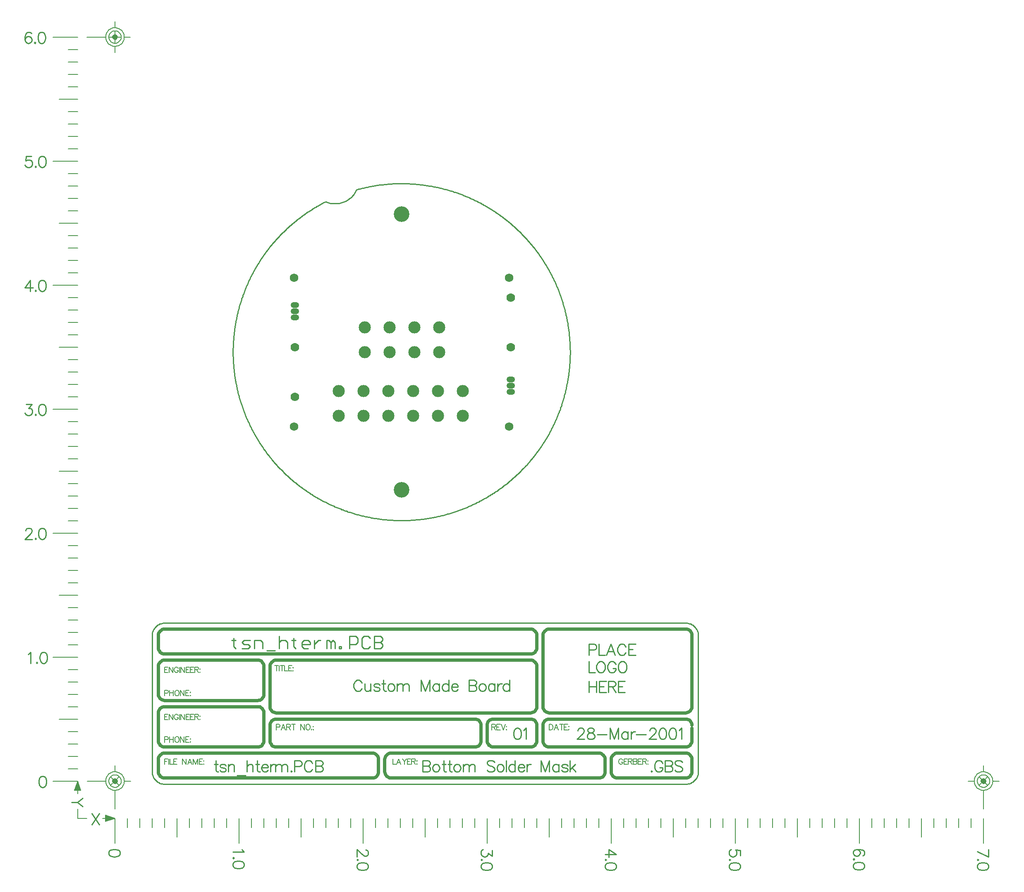
<source format=gbs>
%FSLAX23Y23*%
%MOIN*%
G70*
G01*
G75*
%ADD10C,0.020*%
%ADD11C,0.009*%
%ADD12C,0.010*%
%ADD13C,0.008*%
%ADD14C,0.025*%
%ADD15C,0.005*%
%ADD16C,0.090*%
%ADD17O,0.060X0.040*%
%ADD18C,0.060*%
%ADD19C,0.062*%
%ADD20C,0.118*%
%ADD21C,0.012*%
%ADD22C,0.098*%
%ADD23O,0.068X0.048*%
%ADD24C,0.068*%
%ADD25C,0.070*%
%ADD26C,0.126*%
D11*
X11493Y5555D02*
X11488Y5551D01*
X11493Y5547D01*
X11497Y5551D01*
X11493Y5555D01*
X11581Y5615D02*
X11577Y5624D01*
X11568Y5633D01*
X11560Y5637D01*
X11542D01*
X11534Y5633D01*
X11525Y5624D01*
X11521Y5615D01*
X11517Y5603D01*
Y5581D01*
X11521Y5568D01*
X11525Y5560D01*
X11534Y5551D01*
X11542Y5547D01*
X11560D01*
X11568Y5551D01*
X11577Y5560D01*
X11581Y5568D01*
Y5581D01*
X11560D02*
X11581D01*
X11602Y5637D02*
Y5547D01*
Y5637D02*
X11640D01*
X11653Y5633D01*
X11657Y5628D01*
X11662Y5620D01*
Y5611D01*
X11657Y5603D01*
X11653Y5598D01*
X11640Y5594D01*
X11602D02*
X11640D01*
X11653Y5590D01*
X11657Y5585D01*
X11662Y5577D01*
Y5564D01*
X11657Y5555D01*
X11653Y5551D01*
X11640Y5547D01*
X11602D01*
X11742Y5624D02*
X11733Y5633D01*
X11720Y5637D01*
X11703D01*
X11690Y5633D01*
X11682Y5624D01*
Y5615D01*
X11686Y5607D01*
X11690Y5603D01*
X11699Y5598D01*
X11725Y5590D01*
X11733Y5585D01*
X11737Y5581D01*
X11742Y5573D01*
Y5560D01*
X11733Y5551D01*
X11720Y5547D01*
X11703D01*
X11690Y5551D01*
X11682Y5560D01*
X6495Y11499D02*
X6491Y11507D01*
X6478Y11512D01*
X6469D01*
X6456Y11507D01*
X6448Y11495D01*
X6443Y11473D01*
Y11452D01*
X6448Y11435D01*
X6456Y11426D01*
X6469Y11422D01*
X6473D01*
X6486Y11426D01*
X6495Y11435D01*
X6499Y11448D01*
Y11452D01*
X6495Y11465D01*
X6486Y11473D01*
X6473Y11478D01*
X6469D01*
X6456Y11473D01*
X6448Y11465D01*
X6443Y11452D01*
X6523Y11430D02*
X6519Y11426D01*
X6523Y11422D01*
X6527Y11426D01*
X6523Y11430D01*
X6573Y11512D02*
X6560Y11507D01*
X6551Y11495D01*
X6547Y11473D01*
Y11460D01*
X6551Y11439D01*
X6560Y11426D01*
X6573Y11422D01*
X6581D01*
X6594Y11426D01*
X6603Y11439D01*
X6607Y11460D01*
Y11473D01*
X6603Y11495D01*
X6594Y11507D01*
X6581Y11512D01*
X6573D01*
X6486Y9512D02*
X6443Y9452D01*
X6508D01*
X6486Y9512D02*
Y9422D01*
X6528Y9430D02*
X6524Y9426D01*
X6528Y9422D01*
X6532Y9426D01*
X6528Y9430D01*
X6578Y9512D02*
X6565Y9507D01*
X6556Y9495D01*
X6552Y9473D01*
Y9460D01*
X6556Y9439D01*
X6565Y9426D01*
X6578Y9422D01*
X6586D01*
X6599Y9426D01*
X6608Y9439D01*
X6612Y9460D01*
Y9473D01*
X6608Y9495D01*
X6599Y9507D01*
X6586Y9512D01*
X6578D01*
X6448Y7490D02*
Y7495D01*
X6452Y7503D01*
X6456Y7508D01*
X6465Y7512D01*
X6482D01*
X6491Y7508D01*
X6495Y7503D01*
X6499Y7495D01*
Y7486D01*
X6495Y7478D01*
X6486Y7465D01*
X6443Y7422D01*
X6503D01*
X6528Y7430D02*
X6524Y7426D01*
X6528Y7422D01*
X6532Y7426D01*
X6528Y7430D01*
X6578Y7512D02*
X6565Y7508D01*
X6556Y7495D01*
X6552Y7473D01*
Y7460D01*
X6556Y7439D01*
X6565Y7426D01*
X6578Y7422D01*
X6586D01*
X6599Y7426D01*
X6608Y7439D01*
X6612Y7460D01*
Y7473D01*
X6608Y7495D01*
X6599Y7508D01*
X6586Y7512D01*
X6578D01*
X6582Y5512D02*
X6569Y5508D01*
X6560Y5495D01*
X6556Y5473D01*
Y5460D01*
X6560Y5439D01*
X6569Y5426D01*
X6582Y5422D01*
X6590D01*
X6603Y5426D01*
X6612Y5439D01*
X6616Y5460D01*
Y5473D01*
X6612Y5495D01*
X6603Y5508D01*
X6590Y5512D01*
X6582D01*
X6468Y6495D02*
X6477Y6499D01*
X6490Y6512D01*
Y6422D01*
X6539Y6430D02*
X6534Y6426D01*
X6539Y6422D01*
X6543Y6426D01*
X6539Y6430D01*
X6588Y6512D02*
X6576Y6508D01*
X6567Y6495D01*
X6563Y6473D01*
Y6460D01*
X6567Y6439D01*
X6576Y6426D01*
X6588Y6422D01*
X6597D01*
X6610Y6426D01*
X6618Y6439D01*
X6623Y6460D01*
Y6473D01*
X6618Y6495D01*
X6610Y6508D01*
X6597Y6512D01*
X6588D01*
X6452Y8512D02*
X6499D01*
X6473Y8478D01*
X6486D01*
X6495Y8473D01*
X6499Y8469D01*
X6503Y8456D01*
Y8448D01*
X6499Y8435D01*
X6491Y8426D01*
X6478Y8422D01*
X6465D01*
X6452Y8426D01*
X6448Y8430D01*
X6443Y8439D01*
X6528Y8430D02*
X6524Y8426D01*
X6528Y8422D01*
X6532Y8426D01*
X6528Y8430D01*
X6578Y8512D02*
X6565Y8507D01*
X6556Y8495D01*
X6552Y8473D01*
Y8460D01*
X6556Y8439D01*
X6565Y8426D01*
X6578Y8422D01*
X6586D01*
X6599Y8426D01*
X6608Y8439D01*
X6612Y8460D01*
Y8473D01*
X6608Y8495D01*
X6599Y8507D01*
X6586Y8512D01*
X6578D01*
X6495Y10512D02*
X6452D01*
X6448Y10473D01*
X6452Y10478D01*
X6465Y10482D01*
X6478D01*
X6491Y10478D01*
X6499Y10469D01*
X6503Y10456D01*
Y10448D01*
X6499Y10435D01*
X6491Y10426D01*
X6478Y10422D01*
X6465D01*
X6452Y10426D01*
X6448Y10430D01*
X6443Y10439D01*
X6528Y10430D02*
X6524Y10426D01*
X6528Y10422D01*
X6532Y10426D01*
X6528Y10430D01*
X6578Y10512D02*
X6565Y10507D01*
X6556Y10495D01*
X6552Y10473D01*
Y10460D01*
X6556Y10439D01*
X6565Y10426D01*
X6578Y10422D01*
X6586D01*
X6599Y10426D01*
X6608Y10439D01*
X6612Y10460D01*
Y10473D01*
X6608Y10495D01*
X6599Y10507D01*
X6586Y10512D01*
X6578D01*
X14208Y4862D02*
X14118Y4905D01*
X14208Y4922D02*
Y4862D01*
X14127Y4837D02*
X14123Y4842D01*
X14118Y4837D01*
X14123Y4833D01*
X14127Y4837D01*
X14208Y4788D02*
X14204Y4801D01*
X14191Y4809D01*
X14170Y4813D01*
X14157D01*
X14136Y4809D01*
X14123Y4801D01*
X14118Y4788D01*
Y4779D01*
X14123Y4766D01*
X14136Y4758D01*
X14157Y4753D01*
X14170D01*
X14191Y4758D01*
X14204Y4766D01*
X14208Y4779D01*
Y4788D01*
X12208Y4870D02*
Y4913D01*
X12170Y4918D01*
X12174Y4913D01*
X12178Y4900D01*
Y4888D01*
X12174Y4875D01*
X12166Y4866D01*
X12153Y4862D01*
X12144D01*
X12131Y4866D01*
X12123Y4875D01*
X12118Y4888D01*
Y4900D01*
X12123Y4913D01*
X12127Y4918D01*
X12136Y4922D01*
X12127Y4837D02*
X12123Y4842D01*
X12118Y4837D01*
X12123Y4833D01*
X12127Y4837D01*
X12208Y4788D02*
X12204Y4801D01*
X12191Y4809D01*
X12170Y4813D01*
X12157D01*
X12136Y4809D01*
X12123Y4801D01*
X12118Y4788D01*
Y4779D01*
X12123Y4766D01*
X12136Y4758D01*
X12157Y4753D01*
X12170D01*
X12191Y4758D01*
X12204Y4766D01*
X12208Y4779D01*
Y4788D01*
X10208Y4913D02*
Y4866D01*
X10174Y4892D01*
Y4879D01*
X10170Y4870D01*
X10166Y4866D01*
X10153Y4862D01*
X10144D01*
X10131Y4866D01*
X10123Y4875D01*
X10118Y4888D01*
Y4900D01*
X10123Y4913D01*
X10127Y4918D01*
X10136Y4922D01*
X10127Y4837D02*
X10123Y4842D01*
X10118Y4837D01*
X10123Y4833D01*
X10127Y4837D01*
X10208Y4788D02*
X10204Y4801D01*
X10191Y4809D01*
X10170Y4813D01*
X10157D01*
X10136Y4809D01*
X10123Y4801D01*
X10118Y4788D01*
Y4779D01*
X10123Y4766D01*
X10136Y4758D01*
X10157Y4753D01*
X10170D01*
X10191Y4758D01*
X10204Y4766D01*
X10208Y4779D01*
Y4788D01*
X8191Y4922D02*
X8196Y4913D01*
X8208Y4900D01*
X8118D01*
X8127Y4852D02*
X8123Y4856D01*
X8118Y4852D01*
X8123Y4847D01*
X8127Y4852D01*
X8208Y4802D02*
X8204Y4815D01*
X8191Y4823D01*
X8170Y4828D01*
X8157D01*
X8136Y4823D01*
X8123Y4815D01*
X8118Y4802D01*
Y4793D01*
X8123Y4780D01*
X8136Y4772D01*
X8157Y4768D01*
X8170D01*
X8191Y4772D01*
X8204Y4780D01*
X8208Y4793D01*
Y4802D01*
X7208Y4896D02*
X7204Y4909D01*
X7191Y4918D01*
X7170Y4922D01*
X7157D01*
X7136Y4918D01*
X7123Y4909D01*
X7118Y4896D01*
Y4888D01*
X7123Y4875D01*
X7136Y4866D01*
X7157Y4862D01*
X7170D01*
X7191Y4866D01*
X7204Y4875D01*
X7208Y4888D01*
Y4896D01*
X9187Y4918D02*
X9191D01*
X9200Y4913D01*
X9204Y4909D01*
X9208Y4900D01*
Y4883D01*
X9204Y4875D01*
X9200Y4870D01*
X9191Y4866D01*
X9183D01*
X9174Y4870D01*
X9161Y4879D01*
X9118Y4922D01*
Y4862D01*
X9127Y4837D02*
X9123Y4842D01*
X9118Y4837D01*
X9123Y4833D01*
X9127Y4837D01*
X9208Y4788D02*
X9204Y4801D01*
X9191Y4809D01*
X9170Y4813D01*
X9157D01*
X9136Y4809D01*
X9123Y4801D01*
X9118Y4788D01*
Y4779D01*
X9123Y4766D01*
X9136Y4758D01*
X9157Y4753D01*
X9170D01*
X9191Y4758D01*
X9204Y4766D01*
X9208Y4779D01*
Y4788D01*
X11208Y4879D02*
X11148Y4922D01*
Y4858D01*
X11208Y4879D02*
X11118D01*
X11127Y4837D02*
X11123Y4842D01*
X11118Y4837D01*
X11123Y4833D01*
X11127Y4837D01*
X11208Y4788D02*
X11204Y4801D01*
X11191Y4809D01*
X11170Y4813D01*
X11157D01*
X11136Y4809D01*
X11123Y4801D01*
X11118Y4788D01*
Y4779D01*
X11123Y4766D01*
X11136Y4758D01*
X11157Y4753D01*
X11170D01*
X11191Y4758D01*
X11204Y4766D01*
X11208Y4779D01*
Y4788D01*
X13196Y4870D02*
X13204Y4875D01*
X13208Y4888D01*
Y4896D01*
X13204Y4909D01*
X13191Y4918D01*
X13170Y4922D01*
X13148D01*
X13131Y4918D01*
X13123Y4909D01*
X13118Y4896D01*
Y4892D01*
X13123Y4879D01*
X13131Y4870D01*
X13144Y4866D01*
X13148D01*
X13161Y4870D01*
X13170Y4879D01*
X13174Y4892D01*
Y4896D01*
X13170Y4909D01*
X13161Y4918D01*
X13148Y4922D01*
X13127Y4842D02*
X13123Y4846D01*
X13118Y4842D01*
X13123Y4838D01*
X13127Y4842D01*
X13208Y4792D02*
X13204Y4805D01*
X13191Y4814D01*
X13170Y4818D01*
X13157D01*
X13136Y4814D01*
X13123Y4805D01*
X13118Y4792D01*
Y4784D01*
X13123Y4771D01*
X13136Y4762D01*
X13157Y4758D01*
X13170D01*
X13191Y4762D01*
X13204Y4771D01*
X13208Y4784D01*
Y4792D01*
X6981Y5212D02*
X7041Y5122D01*
Y5212D02*
X6981Y5122D01*
X6908Y5334D02*
X6866Y5300D01*
X6818D01*
X6908Y5266D02*
X6866Y5300D01*
X10898Y5878D02*
Y5882D01*
X10902Y5891D01*
X10906Y5895D01*
X10915Y5899D01*
X10932D01*
X10941Y5895D01*
X10945Y5891D01*
X10949Y5882D01*
Y5874D01*
X10945Y5865D01*
X10936Y5852D01*
X10893Y5809D01*
X10953D01*
X10995Y5899D02*
X10982Y5895D01*
X10978Y5886D01*
Y5878D01*
X10982Y5869D01*
X10991Y5865D01*
X11008Y5861D01*
X11021Y5856D01*
X11029Y5848D01*
X11034Y5839D01*
Y5826D01*
X11029Y5818D01*
X11025Y5814D01*
X11012Y5809D01*
X10995D01*
X10982Y5814D01*
X10978Y5818D01*
X10974Y5826D01*
Y5839D01*
X10978Y5848D01*
X10986Y5856D01*
X10999Y5861D01*
X11016Y5865D01*
X11025Y5869D01*
X11029Y5878D01*
Y5886D01*
X11025Y5895D01*
X11012Y5899D01*
X10995D01*
X11054Y5848D02*
X11131D01*
X11157Y5899D02*
Y5809D01*
Y5899D02*
X11192Y5809D01*
X11226Y5899D02*
X11192Y5809D01*
X11226Y5899D02*
Y5809D01*
X11303Y5869D02*
Y5809D01*
Y5856D02*
X11295Y5865D01*
X11286Y5869D01*
X11273D01*
X11265Y5865D01*
X11256Y5856D01*
X11252Y5844D01*
Y5835D01*
X11256Y5822D01*
X11265Y5814D01*
X11273Y5809D01*
X11286D01*
X11295Y5814D01*
X11303Y5822D01*
X11327Y5869D02*
Y5809D01*
Y5844D02*
X11331Y5856D01*
X11340Y5865D01*
X11349Y5869D01*
X11361D01*
X11370Y5848D02*
X11447D01*
X11478Y5878D02*
Y5882D01*
X11482Y5891D01*
X11486Y5895D01*
X11495Y5899D01*
X11512D01*
X11520Y5895D01*
X11525Y5891D01*
X11529Y5882D01*
Y5874D01*
X11525Y5865D01*
X11516Y5852D01*
X11473Y5809D01*
X11533D01*
X11579Y5899D02*
X11566Y5895D01*
X11558Y5882D01*
X11553Y5861D01*
Y5848D01*
X11558Y5826D01*
X11566Y5814D01*
X11579Y5809D01*
X11588D01*
X11600Y5814D01*
X11609Y5826D01*
X11613Y5848D01*
Y5861D01*
X11609Y5882D01*
X11600Y5895D01*
X11588Y5899D01*
X11579D01*
X11659D02*
X11646Y5895D01*
X11638Y5882D01*
X11633Y5861D01*
Y5848D01*
X11638Y5826D01*
X11646Y5814D01*
X11659Y5809D01*
X11668D01*
X11681Y5814D01*
X11689Y5826D01*
X11693Y5848D01*
Y5861D01*
X11689Y5882D01*
X11681Y5895D01*
X11668Y5899D01*
X11659D01*
X11714Y5882D02*
X11722Y5886D01*
X11735Y5899D01*
Y5809D01*
X10988Y6277D02*
Y6187D01*
X11048Y6277D02*
Y6187D01*
X10988Y6234D02*
X11048D01*
X11129Y6277D02*
X11073D01*
Y6187D01*
X11129D01*
X11073Y6234D02*
X11108D01*
X11144Y6277D02*
Y6187D01*
Y6277D02*
X11183D01*
X11195Y6273D01*
X11200Y6268D01*
X11204Y6260D01*
Y6251D01*
X11200Y6243D01*
X11195Y6238D01*
X11183Y6234D01*
X11144D01*
X11174D02*
X11204Y6187D01*
X11280Y6277D02*
X11224D01*
Y6187D01*
X11280D01*
X11224Y6234D02*
X11258D01*
X10988Y6437D02*
Y6347D01*
X11040D01*
X11075Y6437D02*
X11067Y6432D01*
X11058Y6424D01*
X11054Y6415D01*
X11050Y6403D01*
Y6381D01*
X11054Y6368D01*
X11058Y6360D01*
X11067Y6351D01*
X11075Y6347D01*
X11093D01*
X11101Y6351D01*
X11110Y6360D01*
X11114Y6368D01*
X11118Y6381D01*
Y6403D01*
X11114Y6415D01*
X11110Y6424D01*
X11101Y6432D01*
X11093Y6437D01*
X11075D01*
X11204Y6415D02*
X11199Y6424D01*
X11191Y6432D01*
X11182Y6437D01*
X11165D01*
X11156Y6432D01*
X11148Y6424D01*
X11144Y6415D01*
X11139Y6403D01*
Y6381D01*
X11144Y6368D01*
X11148Y6360D01*
X11156Y6351D01*
X11165Y6347D01*
X11182D01*
X11191Y6351D01*
X11199Y6360D01*
X11204Y6368D01*
Y6381D01*
X11182D02*
X11204D01*
X11250Y6437D02*
X11241Y6432D01*
X11233Y6424D01*
X11228Y6415D01*
X11224Y6403D01*
Y6381D01*
X11228Y6368D01*
X11233Y6360D01*
X11241Y6351D01*
X11250Y6347D01*
X11267D01*
X11276Y6351D01*
X11284Y6360D01*
X11288Y6368D01*
X11293Y6381D01*
Y6403D01*
X11288Y6415D01*
X11284Y6424D01*
X11276Y6432D01*
X11267Y6437D01*
X11250D01*
X10988Y6530D02*
X11027D01*
X11040Y6534D01*
X11044Y6538D01*
X11048Y6547D01*
Y6560D01*
X11044Y6568D01*
X11040Y6573D01*
X11027Y6577D01*
X10988D01*
Y6487D01*
X11069Y6577D02*
Y6487D01*
X11120D01*
X11198D02*
X11164Y6577D01*
X11130Y6487D01*
X11143Y6517D02*
X11186D01*
X11284Y6555D02*
X11279Y6564D01*
X11271Y6573D01*
X11262Y6577D01*
X11245D01*
X11237Y6573D01*
X11228Y6564D01*
X11224Y6555D01*
X11219Y6543D01*
Y6521D01*
X11224Y6508D01*
X11228Y6500D01*
X11237Y6491D01*
X11245Y6487D01*
X11262D01*
X11271Y6491D01*
X11279Y6500D01*
X11284Y6508D01*
X11365Y6577D02*
X11309D01*
Y6487D01*
X11365D01*
X11309Y6534D02*
X11343D01*
X10407Y5899D02*
X10394Y5895D01*
X10385Y5882D01*
X10381Y5861D01*
Y5848D01*
X10385Y5826D01*
X10394Y5814D01*
X10407Y5809D01*
X10415D01*
X10428Y5814D01*
X10437Y5826D01*
X10441Y5848D01*
Y5861D01*
X10437Y5882D01*
X10428Y5895D01*
X10415Y5899D01*
X10407D01*
X10461Y5882D02*
X10470Y5886D01*
X10483Y5899D01*
Y5809D01*
X9648Y5637D02*
Y5547D01*
Y5637D02*
X9687D01*
X9700Y5633D01*
X9704Y5628D01*
X9708Y5620D01*
Y5611D01*
X9704Y5603D01*
X9700Y5598D01*
X9687Y5594D01*
X9648D02*
X9687D01*
X9700Y5590D01*
X9704Y5585D01*
X9708Y5577D01*
Y5564D01*
X9704Y5555D01*
X9700Y5551D01*
X9687Y5547D01*
X9648D01*
X9750Y5607D02*
X9741Y5603D01*
X9733Y5594D01*
X9729Y5581D01*
Y5573D01*
X9733Y5560D01*
X9741Y5551D01*
X9750Y5547D01*
X9763D01*
X9771Y5551D01*
X9780Y5560D01*
X9784Y5573D01*
Y5581D01*
X9780Y5594D01*
X9771Y5603D01*
X9763Y5607D01*
X9750D01*
X9817Y5637D02*
Y5564D01*
X9821Y5551D01*
X9830Y5547D01*
X9838D01*
X9804Y5607D02*
X9834D01*
X9864Y5637D02*
Y5564D01*
X9868Y5551D01*
X9877Y5547D01*
X9885D01*
X9851Y5607D02*
X9881D01*
X9920D02*
X9911Y5603D01*
X9903Y5594D01*
X9898Y5581D01*
Y5573D01*
X9903Y5560D01*
X9911Y5551D01*
X9920Y5547D01*
X9933D01*
X9941Y5551D01*
X9950Y5560D01*
X9954Y5573D01*
Y5581D01*
X9950Y5594D01*
X9941Y5603D01*
X9933Y5607D01*
X9920D01*
X9974D02*
Y5547D01*
Y5590D02*
X9987Y5603D01*
X9995Y5607D01*
X10008D01*
X10017Y5603D01*
X10021Y5590D01*
Y5547D01*
Y5590D02*
X10034Y5603D01*
X10042Y5607D01*
X10055D01*
X10064Y5603D01*
X10068Y5590D01*
Y5547D01*
X10227Y5624D02*
X10218Y5633D01*
X10206Y5637D01*
X10188D01*
X10176Y5633D01*
X10167Y5624D01*
Y5615D01*
X10171Y5607D01*
X10176Y5603D01*
X10184Y5598D01*
X10210Y5590D01*
X10218Y5585D01*
X10223Y5581D01*
X10227Y5573D01*
Y5560D01*
X10218Y5551D01*
X10206Y5547D01*
X10188D01*
X10176Y5551D01*
X10167Y5560D01*
X10269Y5607D02*
X10260Y5603D01*
X10251Y5594D01*
X10247Y5581D01*
Y5573D01*
X10251Y5560D01*
X10260Y5551D01*
X10269Y5547D01*
X10281D01*
X10290Y5551D01*
X10298Y5560D01*
X10303Y5573D01*
Y5581D01*
X10298Y5594D01*
X10290Y5603D01*
X10281Y5607D01*
X10269D01*
X10322Y5637D02*
Y5547D01*
X10393Y5637D02*
Y5547D01*
Y5594D02*
X10384Y5603D01*
X10376Y5607D01*
X10363D01*
X10354Y5603D01*
X10346Y5594D01*
X10341Y5581D01*
Y5573D01*
X10346Y5560D01*
X10354Y5551D01*
X10363Y5547D01*
X10376D01*
X10384Y5551D01*
X10393Y5560D01*
X10417Y5581D02*
X10468D01*
Y5590D01*
X10464Y5598D01*
X10460Y5603D01*
X10451Y5607D01*
X10438D01*
X10430Y5603D01*
X10421Y5594D01*
X10417Y5581D01*
Y5573D01*
X10421Y5560D01*
X10430Y5551D01*
X10438Y5547D01*
X10451D01*
X10460Y5551D01*
X10468Y5560D01*
X10487Y5607D02*
Y5547D01*
Y5581D02*
X10492Y5594D01*
X10500Y5603D01*
X10509Y5607D01*
X10522D01*
X10601Y5637D02*
Y5547D01*
Y5637D02*
X10635Y5547D01*
X10669Y5637D02*
X10635Y5547D01*
X10669Y5637D02*
Y5547D01*
X10746Y5607D02*
Y5547D01*
Y5594D02*
X10738Y5603D01*
X10729Y5607D01*
X10716D01*
X10708Y5603D01*
X10699Y5594D01*
X10695Y5581D01*
Y5573D01*
X10699Y5560D01*
X10708Y5551D01*
X10716Y5547D01*
X10729D01*
X10738Y5551D01*
X10746Y5560D01*
X10817Y5594D02*
X10813Y5603D01*
X10800Y5607D01*
X10787D01*
X10775Y5603D01*
X10770Y5594D01*
X10775Y5585D01*
X10783Y5581D01*
X10805Y5577D01*
X10813Y5573D01*
X10817Y5564D01*
Y5560D01*
X10813Y5551D01*
X10800Y5547D01*
X10787D01*
X10775Y5551D01*
X10770Y5560D01*
X10836Y5637D02*
Y5547D01*
X10879Y5607D02*
X10836Y5564D01*
X10853Y5581D02*
X10883Y5547D01*
X7981Y5637D02*
Y5564D01*
X7986Y5551D01*
X7994Y5547D01*
X8003D01*
X7968Y5607D02*
X7998D01*
X8063Y5594D02*
X8058Y5603D01*
X8046Y5607D01*
X8033D01*
X8020Y5603D01*
X8016Y5594D01*
X8020Y5585D01*
X8028Y5581D01*
X8050Y5577D01*
X8058Y5573D01*
X8063Y5564D01*
Y5560D01*
X8058Y5551D01*
X8046Y5547D01*
X8033D01*
X8020Y5551D01*
X8016Y5560D01*
X8082Y5607D02*
Y5547D01*
Y5590D02*
X8094Y5603D01*
X8103Y5607D01*
X8116D01*
X8124Y5603D01*
X8129Y5590D01*
Y5547D01*
X8152Y5517D02*
X8221D01*
X8232Y5637D02*
Y5547D01*
Y5590D02*
X8245Y5603D01*
X8254Y5607D01*
X8267D01*
X8275Y5603D01*
X8280Y5590D01*
Y5547D01*
X8316Y5637D02*
Y5564D01*
X8320Y5551D01*
X8329Y5547D01*
X8337D01*
X8303Y5607D02*
X8333D01*
X8350Y5581D02*
X8402D01*
Y5590D01*
X8397Y5598D01*
X8393Y5603D01*
X8385Y5607D01*
X8372D01*
X8363Y5603D01*
X8355Y5594D01*
X8350Y5581D01*
Y5573D01*
X8355Y5560D01*
X8363Y5551D01*
X8372Y5547D01*
X8385D01*
X8393Y5551D01*
X8402Y5560D01*
X8421Y5607D02*
Y5547D01*
Y5581D02*
X8425Y5594D01*
X8434Y5603D01*
X8442Y5607D01*
X8455D01*
X8463D02*
Y5547D01*
Y5590D02*
X8476Y5603D01*
X8485Y5607D01*
X8498D01*
X8506Y5603D01*
X8511Y5590D01*
Y5547D01*
Y5590D02*
X8523Y5603D01*
X8532Y5607D01*
X8545D01*
X8553Y5603D01*
X8558Y5590D01*
Y5547D01*
X8590Y5555D02*
X8586Y5551D01*
X8590Y5547D01*
X8595Y5551D01*
X8590Y5555D01*
X8614Y5590D02*
X8653D01*
X8666Y5594D01*
X8670Y5598D01*
X8674Y5607D01*
Y5620D01*
X8670Y5628D01*
X8666Y5633D01*
X8653Y5637D01*
X8614D01*
Y5547D01*
X8759Y5615D02*
X8754Y5624D01*
X8746Y5633D01*
X8737Y5637D01*
X8720D01*
X8711Y5633D01*
X8703Y5624D01*
X8699Y5615D01*
X8694Y5603D01*
Y5581D01*
X8699Y5568D01*
X8703Y5560D01*
X8711Y5551D01*
X8720Y5547D01*
X8737D01*
X8746Y5551D01*
X8754Y5560D01*
X8759Y5568D01*
X8784Y5637D02*
Y5547D01*
Y5637D02*
X8822D01*
X8835Y5633D01*
X8840Y5628D01*
X8844Y5620D01*
Y5611D01*
X8840Y5603D01*
X8835Y5598D01*
X8822Y5594D01*
X8784D02*
X8822D01*
X8835Y5590D01*
X8840Y5585D01*
X8844Y5577D01*
Y5564D01*
X8840Y5555D01*
X8835Y5551D01*
X8822Y5547D01*
X8784D01*
X9158Y6265D02*
X9153Y6274D01*
X9145Y6282D01*
X9136Y6287D01*
X9119D01*
X9111Y6282D01*
X9102Y6274D01*
X9098Y6265D01*
X9093Y6253D01*
Y6231D01*
X9098Y6218D01*
X9102Y6210D01*
X9111Y6201D01*
X9119Y6197D01*
X9136D01*
X9145Y6201D01*
X9153Y6210D01*
X9158Y6218D01*
X9183Y6257D02*
Y6214D01*
X9187Y6201D01*
X9196Y6197D01*
X9209D01*
X9217Y6201D01*
X9230Y6214D01*
Y6257D02*
Y6197D01*
X9301Y6244D02*
X9297Y6253D01*
X9284Y6257D01*
X9271D01*
X9258Y6253D01*
X9254Y6244D01*
X9258Y6235D01*
X9267Y6231D01*
X9288Y6227D01*
X9297Y6223D01*
X9301Y6214D01*
Y6210D01*
X9297Y6201D01*
X9284Y6197D01*
X9271D01*
X9258Y6201D01*
X9254Y6210D01*
X9333Y6287D02*
Y6214D01*
X9337Y6201D01*
X9345Y6197D01*
X9354D01*
X9320Y6257D02*
X9350D01*
X9388D02*
X9380Y6253D01*
X9371Y6244D01*
X9367Y6231D01*
Y6223D01*
X9371Y6210D01*
X9380Y6201D01*
X9388Y6197D01*
X9401D01*
X9410Y6201D01*
X9418Y6210D01*
X9423Y6223D01*
Y6231D01*
X9418Y6244D01*
X9410Y6253D01*
X9401Y6257D01*
X9388D01*
X9442D02*
Y6197D01*
Y6240D02*
X9455Y6253D01*
X9464Y6257D01*
X9477D01*
X9485Y6253D01*
X9489Y6240D01*
Y6197D01*
Y6240D02*
X9502Y6253D01*
X9511Y6257D01*
X9524D01*
X9532Y6253D01*
X9537Y6240D01*
Y6197D01*
X9636Y6287D02*
Y6197D01*
Y6287D02*
X9670Y6197D01*
X9704Y6287D02*
X9670Y6197D01*
X9704Y6287D02*
Y6197D01*
X9781Y6257D02*
Y6197D01*
Y6244D02*
X9773Y6253D01*
X9764Y6257D01*
X9751D01*
X9743Y6253D01*
X9734Y6244D01*
X9730Y6231D01*
Y6223D01*
X9734Y6210D01*
X9743Y6201D01*
X9751Y6197D01*
X9764D01*
X9773Y6201D01*
X9781Y6210D01*
X9857Y6287D02*
Y6197D01*
Y6244D02*
X9848Y6253D01*
X9839Y6257D01*
X9827D01*
X9818Y6253D01*
X9809Y6244D01*
X9805Y6231D01*
Y6223D01*
X9809Y6210D01*
X9818Y6201D01*
X9827Y6197D01*
X9839D01*
X9848Y6201D01*
X9857Y6210D01*
X9881Y6231D02*
X9932D01*
Y6240D01*
X9928Y6248D01*
X9923Y6253D01*
X9915Y6257D01*
X9902D01*
X9893Y6253D01*
X9885Y6244D01*
X9881Y6231D01*
Y6223D01*
X9885Y6210D01*
X9893Y6201D01*
X9902Y6197D01*
X9915D01*
X9923Y6201D01*
X9932Y6210D01*
X10022Y6287D02*
Y6197D01*
Y6287D02*
X10061D01*
X10073Y6282D01*
X10078Y6278D01*
X10082Y6270D01*
Y6261D01*
X10078Y6253D01*
X10073Y6248D01*
X10061Y6244D01*
X10022D02*
X10061D01*
X10073Y6240D01*
X10078Y6235D01*
X10082Y6227D01*
Y6214D01*
X10078Y6205D01*
X10073Y6201D01*
X10061Y6197D01*
X10022D01*
X10124Y6257D02*
X10115Y6253D01*
X10106Y6244D01*
X10102Y6231D01*
Y6223D01*
X10106Y6210D01*
X10115Y6201D01*
X10124Y6197D01*
X10136D01*
X10145Y6201D01*
X10154Y6210D01*
X10158Y6223D01*
Y6231D01*
X10154Y6244D01*
X10145Y6253D01*
X10136Y6257D01*
X10124D01*
X10229D02*
Y6197D01*
Y6244D02*
X10220Y6253D01*
X10212Y6257D01*
X10199D01*
X10190Y6253D01*
X10182Y6244D01*
X10178Y6231D01*
Y6223D01*
X10182Y6210D01*
X10190Y6201D01*
X10199Y6197D01*
X10212D01*
X10220Y6201D01*
X10229Y6210D01*
X10253Y6257D02*
Y6197D01*
Y6231D02*
X10257Y6244D01*
X10266Y6253D01*
X10274Y6257D01*
X10287D01*
X10347Y6287D02*
Y6197D01*
Y6244D02*
X10338Y6253D01*
X10330Y6257D01*
X10317D01*
X10308Y6253D01*
X10300Y6244D01*
X10295Y6231D01*
Y6223D01*
X10300Y6210D01*
X10308Y6201D01*
X10317Y6197D01*
X10330D01*
X10338Y6201D01*
X10347Y6210D01*
D12*
X8867Y10145D02*
X8876Y10141D01*
X8886Y10138D01*
X8895Y10135D01*
X8905Y10132D01*
X8915Y10131D01*
X8925Y10129D01*
X8936Y10129D01*
X8946Y10129D01*
X8956Y10129D01*
X8966Y10130D01*
X8976Y10132D01*
X8986Y10134D01*
X8996Y10136D01*
X9005Y10140D01*
X9015Y10143D01*
X9024Y10147D01*
X9033Y10152D01*
X9042Y10157D01*
X9051Y10163D01*
X9059Y10169D01*
X9066Y10175D01*
X9074Y10182D01*
X9081Y10190D01*
X9088Y10197D01*
X9094Y10205D01*
X9100Y10214D01*
X9105Y10222D01*
X9110Y10231D01*
X9114Y10241D01*
X7568Y6747D02*
X7559Y6746D01*
X7549Y6745D01*
X7539Y6742D01*
X7530Y6739D01*
X7521Y6735D01*
X7513Y6730D01*
X7505Y6724D01*
X7498Y6718D01*
X7491Y6710D01*
X7485Y6702D01*
X7480Y6694D01*
X7476Y6685D01*
X7473Y6676D01*
X7470Y6666D01*
X7469Y6657D01*
X7468Y6647D01*
Y5548D02*
X7469Y5538D01*
X7470Y5528D01*
X7473Y5519D01*
X7476Y5510D01*
X7480Y5501D01*
X7485Y5492D01*
X7491Y5484D01*
X7497Y5477D01*
X7505Y5470D01*
X7512Y5464D01*
X7521Y5459D01*
X7530Y5455D01*
X7539Y5452D01*
X7548Y5449D01*
X7558Y5447D01*
X7568Y5447D01*
X11768Y5447D02*
X11778Y5447D01*
X11788Y5449D01*
X11798Y5451D01*
X11807Y5454D01*
X11816Y5459D01*
X11824Y5464D01*
X11832Y5470D01*
X11839Y5476D01*
X11846Y5483D01*
X11852Y5491D01*
X11857Y5500D01*
X11861Y5509D01*
X11864Y5518D01*
X11867Y5527D01*
X11868Y5537D01*
X11868Y5547D01*
Y6647D02*
X11868Y6657D01*
X11867Y6666D01*
X11864Y6676D01*
X11861Y6685D01*
X11857Y6694D01*
X11852Y6702D01*
X11846Y6710D01*
X11839Y6718D01*
X11832Y6724D01*
X11824Y6730D01*
X11816Y6735D01*
X11807Y6739D01*
X11798Y6742D01*
X11788Y6745D01*
X11778Y6746D01*
X11768Y6747D01*
X8867Y10145D02*
X8858Y10140D01*
X8849Y10136D01*
X8840Y10131D01*
X8831Y10126D01*
X8822Y10121D01*
X8814Y10117D01*
X8805Y10112D01*
X8796Y10107D01*
X8788Y10102D01*
X8779Y10096D01*
X8770Y10091D01*
X8762Y10086D01*
X8754Y10081D01*
X8745Y10075D01*
X8737Y10070D01*
X8728Y10064D01*
X8720Y10059D01*
X8712Y10053D01*
X8703Y10048D01*
X8695Y10042D01*
X8687Y10036D01*
X8679Y10030D01*
X8671Y10024D01*
X8663Y10018D01*
X8655Y10012D01*
X8647Y10006D01*
X8639Y10000D01*
X8631Y9994D01*
X8624Y9988D01*
X8616Y9981D01*
X8608Y9975D01*
X8600Y9968D01*
X8593Y9962D01*
X8585Y9955D01*
X8578Y9949D01*
X8570Y9942D01*
X8563Y9935D01*
X8556Y9929D01*
X8548Y9922D01*
X8541Y9915D01*
X8534Y9908D01*
X8527Y9901D01*
X8520Y9894D01*
X8512Y9887D01*
X8505Y9880D01*
X8499Y9873D01*
X8492Y9865D01*
X8485Y9858D01*
X8478Y9851D01*
X8471Y9843D01*
X8465Y9836D01*
X8458Y9828D01*
X8451Y9821D01*
X8445Y9813D01*
X8438Y9806D01*
X8432Y9798D01*
X8426Y9790D01*
X8419Y9783D01*
X8413Y9775D01*
X8407Y9767D01*
X8401Y9759D01*
X8395Y9751D01*
X8389Y9743D01*
X8383Y9735D01*
X8377Y9727D01*
X8371Y9719D01*
X8365Y9711D01*
X8360Y9702D01*
X8354Y9694D01*
X8348Y9686D01*
X8343Y9677D01*
X8337Y9669D01*
X8332Y9661D01*
X8327Y9652D01*
X8321Y9644D01*
X8316Y9635D01*
X8311Y9627D01*
X8306Y9618D01*
X8301Y9609D01*
X8296Y9601D01*
X8291Y9592D01*
X8286Y9583D01*
X8282Y9574D01*
X8277Y9566D01*
X8272Y9557D01*
X8268Y9548D01*
X8263Y9539D01*
X8259Y9530D01*
X8254Y9521D01*
X8250Y9512D01*
X8246Y9503D01*
X8242Y9494D01*
X8238Y9485D01*
X8234Y9475D01*
X8230Y9466D01*
X8226Y9457D01*
X8222Y9448D01*
X8218Y9439D01*
X8214Y9429D01*
X8211Y9420D01*
X8207Y9411D01*
X8204Y9401D01*
X8200Y9392D01*
X8197Y9382D01*
X8194Y9373D01*
X8190Y9364D01*
X8187Y9354D01*
X8184Y9345D01*
X8181Y9335D01*
X8178Y9325D01*
X8175Y9316D01*
X8173Y9306D01*
X8170Y9297D01*
X8167Y9287D01*
X8165Y9277D01*
X8162Y9268D01*
X8160Y9258D01*
X8157Y9248D01*
X8155Y9239D01*
X8153Y9229D01*
X8151Y9219D01*
X8149Y9209D01*
X8147Y9199D01*
X8145Y9190D01*
X8143Y9180D01*
X8141Y9170D01*
X8139Y9160D01*
X8138Y9150D01*
X8136Y9140D01*
X8135Y9131D01*
X8133Y9121D01*
X8132Y9111D01*
X8131Y9101D01*
X8129Y9091D01*
X8128Y9081D01*
X8127Y9071D01*
X8126Y9061D01*
X8125Y9051D01*
X8125Y9041D01*
X8124Y9031D01*
X8123Y9021D01*
X8122Y9011D01*
X8122Y9001D01*
X8121Y8991D01*
X8121Y8981D01*
X8121Y8971D01*
X8120Y8961D01*
X8120Y8951D01*
X8120Y8941D01*
X8120Y8931D01*
X8120Y8921D01*
X8120Y8911D01*
X8120Y8901D01*
X8121Y8891D01*
X8121Y8881D01*
X8121Y8871D01*
X8122Y8861D01*
X8123Y8851D01*
X8123Y8841D01*
X8124Y8831D01*
X8125Y8821D01*
X8125Y8811D01*
X8126Y8801D01*
X8127Y8792D01*
X8128Y8782D01*
X8130Y8772D01*
X8131Y8762D01*
X8132Y8752D01*
X8133Y8742D01*
X8135Y8732D01*
X8136Y8722D01*
X8138Y8712D01*
X8140Y8702D01*
X8141Y8693D01*
X8143Y8683D01*
X8145Y8673D01*
X8147Y8663D01*
X8149Y8653D01*
X8151Y8644D01*
X8153Y8634D01*
X8156Y8624D01*
X8158Y8614D01*
X8160Y8605D01*
X8163Y8595D01*
X8165Y8585D01*
X8168Y8576D01*
X8170Y8566D01*
X8173Y8556D01*
X8176Y8547D01*
X8179Y8537D01*
X8182Y8528D01*
X8185Y8518D01*
X8188Y8509D01*
X8191Y8499D01*
X8194Y8490D01*
X8197Y8480D01*
X8201Y8471D01*
X8204Y8461D01*
X8208Y8452D01*
X8211Y8443D01*
X8215Y8433D01*
X8219Y8424D01*
X8222Y8415D01*
X8226Y8406D01*
X8230Y8396D01*
X8234Y8387D01*
X8238Y8378D01*
X8242Y8369D01*
X8247Y8360D01*
X8251Y8351D01*
X8255Y8342D01*
X8259Y8333D01*
X8264Y8324D01*
X8268Y8315D01*
X8273Y8306D01*
X8278Y8297D01*
X8282Y8288D01*
X8287Y8280D01*
X8292Y8271D01*
X8297Y8262D01*
X8302Y8253D01*
X8307Y8245D01*
X8312Y8236D01*
X8317Y8228D01*
X8322Y8219D01*
X8328Y8211D01*
X8333Y8202D01*
X8338Y8194D01*
X8344Y8185D01*
X8349Y8177D01*
X8355Y8169D01*
X8361Y8160D01*
X8366Y8152D01*
X8372Y8144D01*
X8378Y8136D01*
X8384Y8128D01*
X8390Y8120D01*
X8396Y8112D01*
X8402Y8104D01*
X8408Y8096D01*
X8414Y8088D01*
X8420Y8080D01*
X8427Y8073D01*
X8433Y8065D01*
X8439Y8057D01*
X8446Y8050D01*
X8452Y8042D01*
X8459Y8034D01*
X8466Y8027D01*
X8472Y8020D01*
X8479Y8012D01*
X8486Y8005D01*
X8493Y7998D01*
X8500Y7990D01*
X8507Y7983D01*
X8514Y7976D01*
X8521Y7969D01*
X8528Y7962D01*
X8535Y7955D01*
X8542Y7948D01*
X8549Y7941D01*
X8557Y7934D01*
X8564Y7928D01*
X8571Y7921D01*
X8579Y7914D01*
X8586Y7908D01*
X8594Y7901D01*
X8602Y7895D01*
X8609Y7888D01*
X8617Y7882D01*
X8625Y7876D01*
X8633Y7869D01*
X8640Y7863D01*
X8648Y7857D01*
X8656Y7851D01*
X8664Y7845D01*
X8672Y7839D01*
X8680Y7833D01*
X8688Y7827D01*
X8697Y7821D01*
X8705Y7816D01*
X8713Y7810D01*
X8721Y7804D01*
X8730Y7799D01*
X8738Y7793D01*
X8746Y7788D01*
X8755Y7783D01*
X8763Y7777D01*
X8772Y7772D01*
X8780Y7767D01*
X8789Y7762D01*
X8798Y7757D01*
X8806Y7752D01*
X8815Y7747D01*
X8824Y7742D01*
X8832Y7737D01*
X8841Y7732D01*
X8850Y7728D01*
X8859Y7723D01*
X8868Y7719D01*
X8877Y7714D01*
X8886Y7710D01*
X8895Y7705D01*
X8904Y7701D01*
X8913Y7697D01*
X8922Y7693D01*
X8931Y7689D01*
X8940Y7685D01*
X8950Y7681D01*
X8959Y7677D01*
X8968Y7673D01*
X8977Y7670D01*
X8987Y7666D01*
X8996Y7662D01*
X9005Y7659D01*
X9015Y7655D01*
X9024Y7652D01*
X9034Y7649D01*
X9043Y7645D01*
X9053Y7642D01*
X9062Y7639D01*
X9072Y7636D01*
X9081Y7633D01*
X9091Y7630D01*
X9100Y7627D01*
X9110Y7625D01*
X9120Y7622D01*
X9129Y7619D01*
X9139Y7617D01*
X9149Y7614D01*
X9158Y7612D01*
X9168Y7610D01*
X9178Y7607D01*
X9187Y7605D01*
X9197Y7603D01*
X9207Y7601D01*
X9217Y7599D01*
X9227Y7597D01*
X9236Y7595D01*
X9246Y7594D01*
X9256Y7592D01*
X9266Y7590D01*
X9276Y7589D01*
X9286Y7587D01*
X9296Y7586D01*
X9306Y7585D01*
X9316Y7584D01*
X9325Y7582D01*
X9335Y7581D01*
X9345Y7580D01*
X9355Y7579D01*
X9365Y7578D01*
X9375Y7578D01*
X9385Y7577D01*
X9395Y7576D01*
X9405Y7576D01*
X9415Y7575D01*
X9425Y7575D01*
X9435Y7574D01*
X9445Y7574D01*
X9455Y7574D01*
X9465Y7574D01*
X9475Y7574D01*
X9485Y7574D01*
X9495Y7574D01*
X9505Y7574D01*
X9515Y7574D01*
X9525Y7575D01*
X9535Y7575D01*
X9545Y7575D01*
X9555Y7576D01*
X9565Y7577D01*
X9575Y7577D01*
X9585Y7578D01*
X9595Y7579D01*
X9605Y7580D01*
X9615Y7581D01*
X9625Y7582D01*
X9635Y7583D01*
X9645Y7584D01*
X9655Y7585D01*
X9665Y7587D01*
X9674Y7588D01*
X9684Y7589D01*
X9694Y7591D01*
X9704Y7593D01*
X9714Y7594D01*
X9724Y7596D01*
X9734Y7598D01*
X9743Y7600D01*
X9753Y7602D01*
X9763Y7604D01*
X9773Y7606D01*
X9782Y7608D01*
X9792Y7611D01*
X9802Y7613D01*
X9812Y7615D01*
X9821Y7618D01*
X9831Y7620D01*
X9841Y7623D01*
X9850Y7626D01*
X9860Y7628D01*
X9869Y7631D01*
X9879Y7634D01*
X9889Y7637D01*
X9898Y7640D01*
X9908Y7643D01*
X9917Y7647D01*
X9927Y7650D01*
X9936Y7653D01*
X9945Y7657D01*
X9955Y7660D01*
X9964Y7664D01*
X9973Y7667D01*
X9983Y7671D01*
X9992Y7675D01*
X10001Y7678D01*
X10010Y7682D01*
X10020Y7686D01*
X10029Y7690D01*
X10038Y7694D01*
X10047Y7699D01*
X10056Y7703D01*
X10065Y7707D01*
X10074Y7711D01*
X10083Y7716D01*
X10092Y7720D01*
X10101Y7725D01*
X10110Y7729D01*
X10119Y7734D01*
X10127Y7739D01*
X10136Y7744D01*
X10145Y7749D01*
X10154Y7753D01*
X10162Y7758D01*
X10171Y7764D01*
X10179Y7769D01*
X10188Y7774D01*
X10196Y7779D01*
X10205Y7784D01*
X10213Y7790D01*
X10222Y7795D01*
X10230Y7801D01*
X10238Y7806D01*
X10247Y7812D01*
X10255Y7818D01*
X10263Y7823D01*
X10271Y7829D01*
X10279Y7835D01*
X10287Y7841D01*
X10295Y7847D01*
X10303Y7853D01*
X10311Y7859D01*
X10319Y7865D01*
X10327Y7871D01*
X10335Y7878D01*
X10342Y7884D01*
X10350Y7890D01*
X10358Y7897D01*
X10365Y7903D01*
X10373Y7910D01*
X10380Y7917D01*
X10388Y7923D01*
X10395Y7930D01*
X10403Y7937D01*
X10410Y7944D01*
X10417Y7950D01*
X10424Y7957D01*
X10432Y7964D01*
X10439Y7971D01*
X10446Y7979D01*
X10453Y7986D01*
X10460Y7993D01*
X10467Y8000D01*
X10473Y8007D01*
X10480Y8015D01*
X10487Y8022D01*
X10494Y8030D01*
X10500Y8037D01*
X10507Y8045D01*
X10513Y8052D01*
X10520Y8060D01*
X10526Y8068D01*
X10532Y8075D01*
X10539Y8083D01*
X10545Y8091D01*
X10551Y8099D01*
X10557Y8107D01*
X10563Y8115D01*
X10569Y8123D01*
X10575Y8131D01*
X10581Y8139D01*
X10587Y8147D01*
X10593Y8155D01*
X10598Y8163D01*
X10604Y8172D01*
X10609Y8180D01*
X10615Y8188D01*
X10620Y8197D01*
X10626Y8205D01*
X10631Y8214D01*
X10636Y8222D01*
X10642Y8231D01*
X10647Y8239D01*
X10652Y8248D01*
X10657Y8256D01*
X10662Y8265D01*
X10667Y8274D01*
X10671Y8283D01*
X10676Y8291D01*
X10681Y8300D01*
X10685Y8309D01*
X10690Y8318D01*
X10694Y8327D01*
X10699Y8336D01*
X10703Y8345D01*
X10708Y8354D01*
X10712Y8363D01*
X10716Y8372D01*
X10720Y8381D01*
X10724Y8390D01*
X10728Y8400D01*
X10732Y8409D01*
X10736Y8418D01*
X10739Y8427D01*
X10743Y8437D01*
X10747Y8446D01*
X10750Y8455D01*
X10754Y8465D01*
X10757Y8474D01*
X10760Y8484D01*
X10764Y8493D01*
X10767Y8502D01*
X10770Y8512D01*
X10773Y8521D01*
X10776Y8531D01*
X10779Y8541D01*
X10782Y8550D01*
X10785Y8560D01*
X10787Y8569D01*
X10790Y8579D01*
X10793Y8589D01*
X10795Y8598D01*
X10797Y8608D01*
X10800Y8618D01*
X10802Y8628D01*
X10804Y8637D01*
X10806Y8647D01*
X10808Y8657D01*
X10810Y8667D01*
X10812Y8676D01*
X10814Y8686D01*
X10816Y8696D01*
X10818Y8706D01*
X10819Y8716D01*
X10821Y8726D01*
X10822Y8736D01*
X10824Y8745D01*
X10825Y8755D01*
X10826Y8765D01*
X10828Y8775D01*
X10829Y8785D01*
X10830Y8795D01*
X10831Y8805D01*
X10832Y8815D01*
X10832Y8825D01*
X10833Y8835D01*
X10834Y8845D01*
X10834Y8855D01*
X10835Y8865D01*
X10835Y8875D01*
X10836Y8885D01*
X10836Y8895D01*
X10836Y8905D01*
X10837Y8915D01*
X10837Y8925D01*
X10837Y8935D01*
X10837Y8945D01*
X10836Y8955D01*
X10836Y8965D01*
X10836Y8975D01*
X10836Y8985D01*
X10835Y8995D01*
X10835Y9005D01*
X10834Y9015D01*
X10833Y9025D01*
X10833Y9035D01*
X10832Y9045D01*
X10831Y9055D01*
X10830Y9065D01*
X10829Y9075D01*
X10828Y9084D01*
X10827Y9094D01*
X10826Y9104D01*
X10824Y9114D01*
X10823Y9124D01*
X10822Y9134D01*
X10820Y9144D01*
X10818Y9154D01*
X10817Y9164D01*
X10815Y9174D01*
X10813Y9183D01*
X10811Y9193D01*
X10809Y9203D01*
X10807Y9213D01*
X10805Y9223D01*
X10803Y9232D01*
X10801Y9242D01*
X10798Y9252D01*
X10796Y9261D01*
X10794Y9271D01*
X10791Y9281D01*
X10789Y9290D01*
X10786Y9300D01*
X10783Y9310D01*
X10780Y9319D01*
X10777Y9329D01*
X10774Y9338D01*
X10771Y9348D01*
X10768Y9357D01*
X10765Y9367D01*
X10762Y9376D01*
X10759Y9386D01*
X10755Y9395D01*
X10752Y9405D01*
X10748Y9414D01*
X10745Y9423D01*
X10741Y9433D01*
X10737Y9442D01*
X10734Y9451D01*
X10730Y9460D01*
X10726Y9470D01*
X10722Y9479D01*
X10718Y9488D01*
X10714Y9497D01*
X10709Y9506D01*
X10705Y9515D01*
X10701Y9524D01*
X10696Y9533D01*
X10692Y9542D01*
X10687Y9551D01*
X10683Y9560D01*
X10678Y9569D01*
X10673Y9578D01*
X10669Y9586D01*
X10664Y9595D01*
X10659Y9604D01*
X10654Y9612D01*
X10649Y9621D01*
X10644Y9630D01*
X10639Y9638D01*
X10633Y9647D01*
X10628Y9655D01*
X10623Y9664D01*
X10617Y9672D01*
X10612Y9680D01*
X10606Y9689D01*
X10601Y9697D01*
X10595Y9705D01*
X10589Y9714D01*
X10584Y9722D01*
X10578Y9730D01*
X10572Y9738D01*
X10566Y9746D01*
X10560Y9754D01*
X10554Y9762D01*
X10548Y9770D01*
X10541Y9778D01*
X10535Y9785D01*
X10529Y9793D01*
X10522Y9801D01*
X10516Y9808D01*
X10510Y9816D01*
X10503Y9824D01*
X10496Y9831D01*
X10490Y9839D01*
X10483Y9846D01*
X10476Y9853D01*
X10470Y9861D01*
X10463Y9868D01*
X10456Y9875D01*
X10449Y9882D01*
X10442Y9890D01*
X10435Y9897D01*
X10428Y9904D01*
X10420Y9911D01*
X10413Y9917D01*
X10406Y9924D01*
X10399Y9931D01*
X10391Y9938D01*
X10384Y9945D01*
X10376Y9951D01*
X10369Y9958D01*
X10361Y9964D01*
X10354Y9971D01*
X10346Y9977D01*
X10338Y9984D01*
X10330Y9990D01*
X10323Y9996D01*
X10315Y10002D01*
X10307Y10008D01*
X10299Y10014D01*
X10291Y10020D01*
X10283Y10026D01*
X10275Y10032D01*
X10267Y10038D01*
X10259Y10044D01*
X10250Y10050D01*
X10242Y10055D01*
X10234Y10061D01*
X10225Y10066D01*
X10217Y10072D01*
X10209Y10077D01*
X10200Y10083D01*
X10192Y10088D01*
X10183Y10093D01*
X10175Y10098D01*
X10166Y10103D01*
X10157Y10108D01*
X10149Y10113D01*
X10140Y10118D01*
X10131Y10123D01*
X10122Y10128D01*
X10114Y10133D01*
X10105Y10137D01*
X10096Y10142D01*
X10087Y10146D01*
X10078Y10151D01*
X10069Y10155D01*
X10060Y10159D01*
X10051Y10164D01*
X10042Y10168D01*
X10033Y10172D01*
X10024Y10176D01*
X10014Y10180D01*
X10005Y10184D01*
X9996Y10188D01*
X9987Y10192D01*
X9977Y10195D01*
X9968Y10199D01*
X9959Y10203D01*
X9949Y10206D01*
X9940Y10209D01*
X9931Y10213D01*
X9921Y10216D01*
X9912Y10219D01*
X9902Y10222D01*
X9893Y10226D01*
X9883Y10229D01*
X9874Y10232D01*
X9864Y10234D01*
X9854Y10237D01*
X9845Y10240D01*
X9835Y10243D01*
X9826Y10245D01*
X9816Y10248D01*
X9806Y10250D01*
X9796Y10253D01*
X9787Y10255D01*
X9777Y10257D01*
X9767Y10259D01*
X9757Y10261D01*
X9748Y10263D01*
X9738Y10265D01*
X9728Y10267D01*
X9718Y10269D01*
X9708Y10271D01*
X9699Y10272D01*
X9689Y10274D01*
X9679Y10275D01*
X9669Y10277D01*
X9659Y10278D01*
X9649Y10280D01*
X9639Y10281D01*
X9629Y10282D01*
X9619Y10283D01*
X9609Y10284D01*
X9599Y10285D01*
X9589Y10286D01*
X9579Y10287D01*
X9569Y10287D01*
X9559Y10288D01*
X9549Y10288D01*
X9540Y10289D01*
X9530Y10289D01*
X9520Y10290D01*
X9510Y10290D01*
X9500Y10290D01*
X9490Y10290D01*
X9480Y10290D01*
X9470Y10290D01*
X9460Y10290D01*
X9450Y10290D01*
X9440Y10290D01*
X9430Y10289D01*
X9420Y10289D01*
X9410Y10289D01*
X9400Y10288D01*
X9390Y10287D01*
X9380Y10287D01*
X9370Y10286D01*
X9360Y10285D01*
X9350Y10284D01*
X9340Y10283D01*
X9330Y10282D01*
X9320Y10281D01*
X9310Y10280D01*
X9300Y10279D01*
X9290Y10277D01*
X9280Y10276D01*
X9270Y10274D01*
X9261Y10273D01*
X9251Y10271D01*
X9241Y10269D01*
X9231Y10268D01*
X9221Y10266D01*
X9211Y10264D01*
X9202Y10262D01*
X9192Y10260D01*
X9182Y10258D01*
X9172Y10255D01*
X9163Y10253D01*
X9153Y10251D01*
X9143Y10248D01*
X9133Y10246D01*
X9124Y10243D01*
X9114Y10241D01*
X7568Y5447D02*
X11768D01*
X7568Y6747D02*
X11768D01*
X11868Y5547D02*
Y6647D01*
X7468Y5547D02*
Y6647D01*
X8125Y6625D02*
Y6608D01*
X8108D01*
X8142D01*
X8125D01*
Y6558D01*
X8142Y6542D01*
X8192D02*
X8242D01*
X8258Y6558D01*
X8242Y6575D01*
X8208D01*
X8192Y6592D01*
X8208Y6608D01*
X8258D01*
X8292Y6542D02*
Y6608D01*
X8342D01*
X8358Y6592D01*
Y6542D01*
X8392Y6525D02*
X8458D01*
X8492Y6642D02*
Y6542D01*
Y6592D01*
X8508Y6608D01*
X8542D01*
X8558Y6592D01*
Y6542D01*
X8608Y6625D02*
Y6608D01*
X8592D01*
X8625D01*
X8608D01*
Y6558D01*
X8625Y6542D01*
X8725D02*
X8692D01*
X8675Y6558D01*
Y6592D01*
X8692Y6608D01*
X8725D01*
X8742Y6592D01*
Y6575D01*
X8675D01*
X8775Y6608D02*
Y6542D01*
Y6575D01*
X8792Y6592D01*
X8808Y6608D01*
X8825D01*
X8875Y6542D02*
Y6608D01*
X8892D01*
X8908Y6592D01*
Y6542D01*
Y6592D01*
X8925Y6608D01*
X8942Y6592D01*
Y6542D01*
X8975D02*
Y6558D01*
X8992D01*
Y6542D01*
X8975D01*
X9058D02*
Y6642D01*
X9108D01*
X9125Y6625D01*
Y6592D01*
X9108Y6575D01*
X9058D01*
X9225Y6625D02*
X9208Y6642D01*
X9175D01*
X9158Y6625D01*
Y6558D01*
X9175Y6542D01*
X9208D01*
X9225Y6558D01*
X9258Y6642D02*
Y6542D01*
X9308D01*
X9325Y6558D01*
Y6575D01*
X9308Y6592D01*
X9258D01*
X9308D01*
X9325Y6608D01*
Y6625D01*
X9308Y6642D01*
X9258D01*
D13*
X14219Y5472D02*
X14217Y5482D01*
X14214Y5492D01*
X14210Y5500D01*
X14203Y5508D01*
X14195Y5514D01*
X14186Y5519D01*
X14176Y5521D01*
X14166Y5522D01*
X14156Y5520D01*
X14146Y5517D01*
X14138Y5511D01*
X14131Y5504D01*
X14125Y5496D01*
X14121Y5487D01*
X14119Y5477D01*
Y5467D01*
X14121Y5457D01*
X14125Y5448D01*
X14131Y5439D01*
X14138Y5432D01*
X14146Y5427D01*
X14156Y5423D01*
X14166Y5422D01*
X14176Y5422D01*
X14186Y5425D01*
X14195Y5429D01*
X14203Y5436D01*
X14210Y5443D01*
X14214Y5452D01*
X14217Y5462D01*
X14219Y5472D01*
X14244D02*
X14243Y5482D01*
X14241Y5492D01*
X14238Y5501D01*
X14233Y5510D01*
X14227Y5518D01*
X14221Y5526D01*
X14213Y5532D01*
X14205Y5538D01*
X14195Y5542D01*
X14186Y5545D01*
X14176Y5546D01*
X14166Y5547D01*
X14156Y5546D01*
X14146Y5543D01*
X14137Y5540D01*
X14128Y5535D01*
X14120Y5529D01*
X14113Y5522D01*
X14107Y5514D01*
X14102Y5506D01*
X14098Y5496D01*
X14095Y5487D01*
X14094Y5477D01*
Y5467D01*
X14095Y5457D01*
X14098Y5447D01*
X14102Y5438D01*
X14107Y5429D01*
X14113Y5421D01*
X14120Y5415D01*
X14128Y5409D01*
X14137Y5404D01*
X14146Y5400D01*
X14156Y5398D01*
X14166Y5397D01*
X14176Y5397D01*
X14186Y5399D01*
X14195Y5402D01*
X14205Y5406D01*
X14213Y5411D01*
X14221Y5418D01*
X14227Y5425D01*
X14233Y5434D01*
X14238Y5443D01*
X14241Y5452D01*
X14243Y5462D01*
X14244Y5472D01*
X14171D02*
X14166D01*
X14171D01*
X14174D02*
X14166Y5476D01*
Y5467D01*
X14174Y5472D01*
X14189D02*
X14186Y5481D01*
X14180Y5488D01*
X14171Y5492D01*
X14161Y5490D01*
X14154Y5485D01*
X14149Y5477D01*
Y5467D01*
X14154Y5459D01*
X14161Y5453D01*
X14171Y5452D01*
X14180Y5455D01*
X14186Y5462D01*
X14189Y5472D01*
X14184D02*
X14180Y5481D01*
X14171Y5487D01*
X14161Y5485D01*
X14154Y5477D01*
Y5467D01*
X14161Y5459D01*
X14171Y5457D01*
X14180Y5462D01*
X14184Y5472D01*
X14179D02*
X14174Y5480D01*
X14164D01*
X14159Y5472D01*
X14164Y5463D01*
X14174D01*
X14179Y5472D01*
X7243Y11472D02*
X7243Y11482D01*
X7241Y11492D01*
X7238Y11501D01*
X7233Y11510D01*
X7227Y11518D01*
X7221Y11526D01*
X7213Y11532D01*
X7205Y11538D01*
X7195Y11542D01*
X7186Y11545D01*
X7176Y11546D01*
X7166Y11547D01*
X7156Y11546D01*
X7146Y11543D01*
X7137Y11540D01*
X7128Y11535D01*
X7120Y11529D01*
X7113Y11522D01*
X7107Y11514D01*
X7102Y11506D01*
X7098Y11496D01*
X7095Y11487D01*
X7094Y11477D01*
Y11467D01*
X7095Y11457D01*
X7098Y11447D01*
X7102Y11438D01*
X7107Y11429D01*
X7113Y11421D01*
X7120Y11415D01*
X7128Y11409D01*
X7137Y11404D01*
X7146Y11400D01*
X7156Y11398D01*
X7166Y11397D01*
X7176Y11397D01*
X7186Y11399D01*
X7195Y11402D01*
X7205Y11406D01*
X7213Y11411D01*
X7221Y11418D01*
X7227Y11425D01*
X7233Y11434D01*
X7238Y11443D01*
X7241Y11452D01*
X7243Y11462D01*
X7243Y11472D01*
X7171D02*
X7166D01*
X7171D01*
X7173D02*
X7166Y11476D01*
Y11467D01*
X7173Y11472D01*
X7178D02*
X7173Y11480D01*
X7163D01*
X7158Y11472D01*
X7163Y11463D01*
X7173D01*
X7178Y11472D01*
X7183D02*
X7180Y11481D01*
X7171Y11487D01*
X7161Y11485D01*
X7154Y11477D01*
Y11467D01*
X7161Y11459D01*
X7171Y11457D01*
X7180Y11462D01*
X7183Y11472D01*
X7188D02*
X7186Y11481D01*
X7180Y11488D01*
X7171Y11492D01*
X7161Y11491D01*
X7154Y11485D01*
X7149Y11477D01*
Y11467D01*
X7154Y11459D01*
X7161Y11453D01*
X7171Y11452D01*
X7180Y11455D01*
X7186Y11463D01*
X7188Y11472D01*
X7218D02*
X7217Y11482D01*
X7214Y11492D01*
X7210Y11500D01*
X7203Y11508D01*
X7195Y11514D01*
X7186Y11519D01*
X7176Y11521D01*
X7166Y11522D01*
X7156Y11520D01*
X7146Y11517D01*
X7138Y11511D01*
X7131Y11504D01*
X7125Y11496D01*
X7121Y11487D01*
X7119Y11477D01*
Y11467D01*
X7121Y11457D01*
X7125Y11448D01*
X7131Y11439D01*
X7138Y11432D01*
X7146Y11427D01*
X7156Y11423D01*
X7166Y11422D01*
X7176Y11422D01*
X7186Y11425D01*
X7195Y11429D01*
X7203Y11436D01*
X7210Y11443D01*
X7214Y11452D01*
X7217Y11462D01*
X7218Y11472D01*
X7219Y5472D02*
X7217Y5482D01*
X7214Y5492D01*
X7210Y5500D01*
X7203Y5508D01*
X7195Y5514D01*
X7186Y5519D01*
X7176Y5521D01*
X7166Y5522D01*
X7156Y5520D01*
X7146Y5517D01*
X7138Y5511D01*
X7131Y5504D01*
X7125Y5496D01*
X7121Y5487D01*
X7119Y5477D01*
Y5467D01*
X7121Y5457D01*
X7125Y5448D01*
X7131Y5439D01*
X7138Y5432D01*
X7146Y5427D01*
X7156Y5423D01*
X7166Y5422D01*
X7176Y5422D01*
X7186Y5425D01*
X7195Y5429D01*
X7203Y5436D01*
X7210Y5443D01*
X7214Y5452D01*
X7217Y5462D01*
X7219Y5472D01*
X7244D02*
X7243Y5482D01*
X7241Y5492D01*
X7238Y5501D01*
X7233Y5510D01*
X7227Y5518D01*
X7221Y5526D01*
X7213Y5532D01*
X7205Y5538D01*
X7195Y5542D01*
X7186Y5545D01*
X7176Y5546D01*
X7166Y5547D01*
X7156Y5546D01*
X7146Y5543D01*
X7137Y5540D01*
X7128Y5535D01*
X7120Y5529D01*
X7113Y5522D01*
X7107Y5514D01*
X7102Y5506D01*
X7098Y5496D01*
X7095Y5487D01*
X7094Y5477D01*
Y5467D01*
X7095Y5457D01*
X7098Y5447D01*
X7102Y5438D01*
X7107Y5429D01*
X7113Y5421D01*
X7120Y5415D01*
X7128Y5409D01*
X7137Y5404D01*
X7146Y5400D01*
X7156Y5398D01*
X7166Y5397D01*
X7176Y5397D01*
X7186Y5399D01*
X7195Y5402D01*
X7205Y5406D01*
X7213Y5411D01*
X7221Y5418D01*
X7227Y5425D01*
X7233Y5434D01*
X7238Y5443D01*
X7241Y5452D01*
X7243Y5462D01*
X7244Y5472D01*
X7171D02*
X7166D01*
X7171D01*
X7174D02*
X7166Y5476D01*
Y5467D01*
X7174Y5472D01*
X7189D02*
X7186Y5481D01*
X7180Y5488D01*
X7171Y5492D01*
X7161Y5490D01*
X7154Y5485D01*
X7149Y5477D01*
Y5467D01*
X7154Y5459D01*
X7161Y5453D01*
X7171Y5452D01*
X7180Y5455D01*
X7186Y5462D01*
X7189Y5472D01*
X7179D02*
X7174Y5480D01*
X7164D01*
X7159Y5472D01*
X7164Y5463D01*
X7174D01*
X7179Y5472D01*
X7184D02*
X7180Y5481D01*
X7171Y5487D01*
X7161Y5485D01*
X7154Y5477D01*
Y5467D01*
X7161Y5459D01*
X7171Y5457D01*
X7180Y5462D01*
X7184Y5472D01*
X7244D02*
X7294D01*
X6944D02*
X7094D01*
X6868Y5172D02*
X6943D01*
X6843Y5397D02*
X6893D01*
X6854Y5405D02*
X6883D01*
X6859Y5408D02*
X6878D01*
X6849Y5401D02*
X6888D01*
X6864Y5412D02*
X6873D01*
X7068Y5172D02*
X7093D01*
X6668Y5472D02*
X6868D01*
X6793Y5572D02*
X6868D01*
X6793Y5672D02*
X6868D01*
X6793Y5772D02*
X6868D01*
X6793Y5872D02*
X6868D01*
X6718Y5972D02*
X6868D01*
X6793Y6072D02*
X6868D01*
X6793Y6172D02*
X6868D01*
X6793Y6272D02*
X6868D01*
X6793Y6372D02*
X6868D01*
X6668Y6472D02*
X6868D01*
X6793Y6572D02*
X6868D01*
X6793Y6672D02*
X6868D01*
X6793Y6772D02*
X6868D01*
X6793Y6872D02*
X6868D01*
X6718Y6972D02*
X6868D01*
X6793Y7072D02*
X6868D01*
X6793Y7172D02*
X6868D01*
X6793Y7272D02*
X6868D01*
X6793Y7372D02*
X6868D01*
X6668Y7472D02*
X6868D01*
X6793Y7572D02*
X6868D01*
X6793Y7672D02*
X6868D01*
X6793Y7772D02*
X6868D01*
X6793Y7872D02*
X6868D01*
X6718Y7972D02*
X6868D01*
X6793Y8072D02*
X6868D01*
X6793Y8172D02*
X6868D01*
X6793Y8272D02*
X6868D01*
X6793Y8372D02*
X6868D01*
X6668Y8472D02*
X6868D01*
X6793Y8572D02*
X6868D01*
X6793Y8672D02*
X6868D01*
X6793Y8772D02*
X6868D01*
X6793Y8872D02*
X6868D01*
X6718Y8972D02*
X6868D01*
X6793Y9072D02*
X6868D01*
X6793Y9172D02*
X6868D01*
X6793Y9272D02*
X6868D01*
X6793Y9372D02*
X6868D01*
X6668Y9472D02*
X6868D01*
X6793Y9572D02*
X6868D01*
X6793Y9672D02*
X6868D01*
X6793Y9772D02*
X6868D01*
X6793Y9872D02*
X6868D01*
X6718Y9972D02*
X6868D01*
X6793Y10072D02*
X6868D01*
X6793Y10172D02*
X6868D01*
X6793Y10272D02*
X6868D01*
X6793Y10372D02*
X6868D01*
X6668Y10472D02*
X6868D01*
X6793Y10572D02*
X6868D01*
X6793Y10672D02*
X6868D01*
X6793Y10772D02*
X6868D01*
X6793Y10872D02*
X6868D01*
X6718Y10972D02*
X6868D01*
X6793Y11072D02*
X6868D01*
X6793Y11172D02*
X6868D01*
X6793Y11272D02*
X6868D01*
X6793Y11372D02*
X6868D01*
X6668Y11472D02*
X6868D01*
X7168D02*
X7218D01*
X7118D02*
X7168D01*
X6943D02*
X7093D01*
X7243D02*
X7293D01*
X14044Y5472D02*
X14094D01*
X14244D02*
X14294D01*
X7169Y5247D02*
Y5397D01*
Y5547D02*
Y5597D01*
X6868Y5172D02*
Y5247D01*
X7093Y5147D02*
Y5197D01*
X7101Y5157D02*
Y5186D01*
X6868Y5372D02*
Y5397D01*
X7105Y5162D02*
Y5181D01*
X7098Y5152D02*
Y5191D01*
X7108Y5167D02*
Y5176D01*
X7168Y4972D02*
Y5172D01*
X7268Y5097D02*
Y5172D01*
X7368Y5097D02*
Y5172D01*
X7468Y5097D02*
Y5172D01*
X7568Y5097D02*
Y5172D01*
X7668Y5022D02*
Y5172D01*
X7768Y5097D02*
Y5172D01*
X7868Y5097D02*
Y5172D01*
X7968Y5097D02*
Y5172D01*
X8068Y5097D02*
Y5172D01*
X8168Y4972D02*
Y5172D01*
X8268Y5097D02*
Y5172D01*
X8368Y5097D02*
Y5172D01*
X8468Y5097D02*
Y5172D01*
X8568Y5097D02*
Y5172D01*
X8668Y5022D02*
Y5172D01*
X8768Y5097D02*
Y5172D01*
X8868Y5097D02*
Y5172D01*
X8968Y5097D02*
Y5172D01*
X9068Y5097D02*
Y5172D01*
X9168Y4972D02*
Y5172D01*
X9268Y5097D02*
Y5172D01*
X9368Y5097D02*
Y5172D01*
X9468Y5097D02*
Y5172D01*
X9568Y5097D02*
Y5172D01*
X9668Y5022D02*
Y5172D01*
X9768Y5097D02*
Y5172D01*
X9868Y5097D02*
Y5172D01*
X9968Y5097D02*
Y5172D01*
X10068Y5097D02*
Y5172D01*
X10168Y4972D02*
Y5172D01*
X10268Y5097D02*
Y5172D01*
X10368Y5097D02*
Y5172D01*
X10468Y5097D02*
Y5172D01*
X10568Y5097D02*
Y5172D01*
X10668Y5022D02*
Y5172D01*
X10768Y5097D02*
Y5172D01*
X10868Y5097D02*
Y5172D01*
X10968Y5097D02*
Y5172D01*
X11068Y5097D02*
Y5172D01*
X11168Y4972D02*
Y5172D01*
X11268Y5097D02*
Y5172D01*
X11368Y5097D02*
Y5172D01*
X11468Y5097D02*
Y5172D01*
X11568Y5097D02*
Y5172D01*
X11668Y5022D02*
Y5172D01*
X11768Y5097D02*
Y5172D01*
X11868Y5097D02*
Y5172D01*
X11968Y5097D02*
Y5172D01*
X12068Y5097D02*
Y5172D01*
X12168Y4972D02*
Y5172D01*
X12268Y5097D02*
Y5172D01*
X12368Y5097D02*
Y5172D01*
X12468Y5097D02*
Y5172D01*
X12568Y5097D02*
Y5172D01*
X12668Y5022D02*
Y5172D01*
X12768Y5097D02*
Y5172D01*
X12868Y5097D02*
Y5172D01*
X12968Y5097D02*
Y5172D01*
X13068Y5097D02*
Y5172D01*
X13168Y4972D02*
Y5172D01*
X13268Y5097D02*
Y5172D01*
X13368Y5097D02*
Y5172D01*
X13468Y5097D02*
Y5172D01*
X13568Y5097D02*
Y5172D01*
X13668Y5022D02*
Y5172D01*
X13768Y5097D02*
Y5172D01*
X13868Y5097D02*
Y5172D01*
X13968Y5097D02*
Y5172D01*
X14068Y5097D02*
Y5172D01*
X14168Y4972D02*
Y5172D01*
X7168Y11422D02*
Y11472D01*
Y11522D01*
Y11547D02*
Y11597D01*
Y11347D02*
Y11397D01*
X14169Y5547D02*
Y5597D01*
Y5247D02*
Y5397D01*
X7168Y5472D02*
X7203Y5507D01*
X7133Y5437D02*
X7168Y5472D01*
X14133Y5437D02*
X14168Y5472D01*
X14203Y5507D01*
X7168Y5472D02*
X7203Y5437D01*
X7133Y5507D02*
X7168Y5472D01*
X14168D02*
X14203Y5437D01*
X14133Y5507D02*
X14168Y5472D01*
X7093Y5147D02*
X7168Y5172D01*
X7093Y5197D02*
X7168Y5172D01*
X7101Y5186D02*
X7144Y5172D01*
X7101Y5157D02*
X7144Y5172D01*
X6868Y5472D02*
X6893Y5397D01*
X6843D02*
X6868Y5472D01*
X6854Y5405D02*
X6868Y5448D01*
X6883Y5405D01*
X6859Y5408D02*
X6868Y5436D01*
X6878Y5408D01*
X6849Y5401D02*
X6868Y5459D01*
X6888Y5401D01*
X6864Y5412D02*
X6868Y5425D01*
X6873Y5412D01*
X7105Y5181D02*
X7133Y5172D01*
X7105Y5162D02*
X7133Y5172D01*
X7098Y5191D02*
X7156Y5172D01*
X7098Y5152D02*
X7156Y5172D01*
X7108Y5176D02*
X7121Y5172D01*
X7108Y5167D02*
X7121Y5172D01*
D14*
X11818Y5923D02*
X11818Y5932D01*
X11815Y5942D01*
X11810Y5950D01*
X11804Y5957D01*
X11797Y5964D01*
X11788Y5968D01*
X11779Y5971D01*
X11769Y5972D01*
X10668D02*
X10659Y5971D01*
X10649Y5968D01*
X10641Y5963D01*
X10633Y5957D01*
X10627Y5950D01*
X10622Y5941D01*
X10619Y5932D01*
X10618Y5922D01*
X11768Y6022D02*
X11778Y6023D01*
X11788Y6026D01*
X11796Y6030D01*
X11804Y6036D01*
X11810Y6044D01*
X11815Y6053D01*
X11818Y6062D01*
X11818Y6072D01*
X10618D02*
X10619Y6062D01*
X10622Y6053D01*
X10627Y6044D01*
X10633Y6036D01*
X10641Y6030D01*
X10649Y6026D01*
X10659Y6023D01*
X10668Y6022D01*
X11818Y6648D02*
X11818Y6658D01*
X11815Y6667D01*
X11810Y6676D01*
X11804Y6683D01*
X11796Y6689D01*
X11787Y6694D01*
X11778Y6696D01*
X11768Y6697D01*
X11768Y5747D02*
X11778Y5748D01*
X11788Y5751D01*
X11796Y5755D01*
X11804Y5761D01*
X11810Y5769D01*
X11815Y5778D01*
X11818Y5787D01*
X11818Y5797D01*
X11818Y5648D02*
X11817Y5657D01*
X11814Y5667D01*
X11810Y5675D01*
X11804Y5682D01*
X11796Y5689D01*
X11787Y5693D01*
X11778Y5696D01*
X11768Y5697D01*
Y5497D02*
X11778Y5498D01*
X11788Y5501D01*
X11796Y5505D01*
X11804Y5511D01*
X11810Y5519D01*
X11815Y5528D01*
X11818Y5537D01*
X11818Y5547D01*
X10518Y5747D02*
X10528Y5748D01*
X10538Y5751D01*
X10546Y5755D01*
X10554Y5761D01*
X10560Y5769D01*
X10565Y5778D01*
X10568Y5787D01*
X10568Y5797D01*
X10618Y5796D02*
X10619Y5786D01*
X10622Y5777D01*
X10627Y5768D01*
X10633Y5761D01*
X10641Y5755D01*
X10649Y5750D01*
X10659Y5748D01*
X10668Y5747D01*
X10568Y5923D02*
X10568Y5932D01*
X10565Y5942D01*
X10560Y5950D01*
X10554Y5957D01*
X10547Y5964D01*
X10538Y5968D01*
X10529Y5971D01*
X10519Y5972D01*
X7518Y5547D02*
X7519Y5537D01*
X7522Y5528D01*
X7527Y5519D01*
X7533Y5512D01*
X7540Y5506D01*
X7549Y5501D01*
X7558Y5498D01*
X7568Y5497D01*
X10519Y6022D02*
X10529Y6023D01*
X10538Y6026D01*
X10547Y6031D01*
X10554Y6037D01*
X10560Y6044D01*
X10565Y6053D01*
X10568Y6062D01*
X10569Y6072D01*
X7568Y5697D02*
X7559Y5696D01*
X7549Y5693D01*
X7541Y5688D01*
X7533Y5682D01*
X7527Y5675D01*
X7522Y5666D01*
X7519Y5657D01*
X7518Y5647D01*
X10568Y6397D02*
X10568Y6407D01*
X10565Y6416D01*
X10560Y6425D01*
X10554Y6432D01*
X10546Y6438D01*
X10538Y6443D01*
X10528Y6446D01*
X10518Y6447D01*
Y6497D02*
X10528Y6498D01*
X10538Y6501D01*
X10546Y6505D01*
X10554Y6511D01*
X10560Y6519D01*
X10565Y6528D01*
X10568Y6537D01*
X10568Y6547D01*
X10668Y6697D02*
X10659Y6696D01*
X10649Y6693D01*
X10641Y6688D01*
X10633Y6682D01*
X10627Y6675D01*
X10622Y6666D01*
X10619Y6657D01*
X10618Y6647D01*
X10568D02*
X10568Y6657D01*
X10565Y6666D01*
X10560Y6675D01*
X10554Y6682D01*
X10546Y6688D01*
X10538Y6693D01*
X10528Y6696D01*
X10518Y6697D01*
X7568D02*
X7559Y6696D01*
X7549Y6693D01*
X7541Y6688D01*
X7533Y6682D01*
X7527Y6675D01*
X7522Y6666D01*
X7519Y6657D01*
X7518Y6647D01*
Y6547D02*
X7519Y6537D01*
X7522Y6528D01*
X7527Y6519D01*
X7533Y6511D01*
X7541Y6505D01*
X7549Y6501D01*
X7559Y6498D01*
X7568Y6497D01*
Y6447D02*
X7559Y6446D01*
X7549Y6443D01*
X7541Y6438D01*
X7533Y6432D01*
X7527Y6425D01*
X7522Y6416D01*
X7519Y6407D01*
X7518Y6397D01*
Y6172D02*
X7519Y6162D01*
X7522Y6153D01*
X7527Y6144D01*
X7533Y6136D01*
X7541Y6130D01*
X7549Y6126D01*
X7559Y6123D01*
X7568Y6122D01*
Y6072D02*
X7559Y6071D01*
X7549Y6068D01*
X7541Y6063D01*
X7533Y6057D01*
X7527Y6050D01*
X7522Y6041D01*
X7519Y6032D01*
X7518Y6022D01*
Y5797D02*
X7519Y5787D01*
X7522Y5778D01*
X7527Y5769D01*
X7533Y5762D01*
X7540Y5756D01*
X7549Y5751D01*
X7558Y5748D01*
X7568Y5747D01*
X8468Y6447D02*
X8459Y6446D01*
X8449Y6443D01*
X8441Y6438D01*
X8433Y6432D01*
X8427Y6425D01*
X8422Y6416D01*
X8419Y6407D01*
X8418Y6397D01*
X8468Y5972D02*
X8459Y5971D01*
X8449Y5968D01*
X8441Y5963D01*
X8433Y5957D01*
X8427Y5950D01*
X8422Y5941D01*
X8419Y5932D01*
X8418Y5922D01*
X10216Y5972D02*
X10207Y5971D01*
X10198Y5968D01*
X10189Y5963D01*
X10182Y5957D01*
X10176Y5949D01*
X10171Y5940D01*
X10169Y5931D01*
X10169Y5921D01*
X10168Y5798D02*
X10169Y5788D01*
X10172Y5778D01*
X10177Y5770D01*
X10183Y5762D01*
X10191Y5756D01*
X10199Y5751D01*
X10209Y5748D01*
X10219Y5747D01*
X10069Y5747D02*
X10079Y5748D01*
X10088Y5751D01*
X10097Y5755D01*
X10104Y5761D01*
X10111Y5769D01*
X10115Y5778D01*
X10118Y5787D01*
X10118Y5797D01*
X10118Y5923D02*
X10118Y5932D01*
X10115Y5942D01*
X10110Y5950D01*
X10104Y5957D01*
X10097Y5964D01*
X10088Y5968D01*
X10079Y5971D01*
X10069Y5972D01*
X8319Y5747D02*
X8329Y5748D01*
X8338Y5751D01*
X8347Y5755D01*
X8354Y5761D01*
X8360Y5769D01*
X8365Y5777D01*
X8368Y5786D01*
X8368Y5796D01*
X8418D02*
X8419Y5786D01*
X8422Y5777D01*
X8427Y5769D01*
X8433Y5761D01*
X8440Y5755D01*
X8449Y5751D01*
X8458Y5748D01*
X8467Y5747D01*
X8418Y6071D02*
X8419Y6061D01*
X8422Y6052D01*
X8427Y6044D01*
X8433Y6036D01*
X8440Y6030D01*
X8449Y6026D01*
X8458Y6023D01*
X8467Y6022D01*
X8368Y6023D02*
X8368Y6033D01*
X8365Y6042D01*
X8360Y6051D01*
X8354Y6058D01*
X8346Y6064D01*
X8337Y6069D01*
X8328Y6071D01*
X8318Y6072D01*
X8320Y6122D02*
X8330Y6123D01*
X8339Y6125D01*
X8347Y6130D01*
X8354Y6136D01*
X8360Y6143D01*
X8365Y6151D01*
X8368Y6160D01*
X8368Y6170D01*
Y6398D02*
X8368Y6407D01*
X8365Y6417D01*
X8360Y6425D01*
X8354Y6432D01*
X8347Y6439D01*
X8338Y6443D01*
X8329Y6446D01*
X8319Y6447D01*
X11218Y5697D02*
X11209Y5696D01*
X11199Y5693D01*
X11191Y5688D01*
X11183Y5682D01*
X11177Y5675D01*
X11172Y5666D01*
X11169Y5657D01*
X11168Y5647D01*
Y5546D02*
X11169Y5536D01*
X11172Y5527D01*
X11177Y5518D01*
X11183Y5511D01*
X11191Y5505D01*
X11199Y5500D01*
X11209Y5498D01*
X11218Y5497D01*
X11070Y5497D02*
X11079Y5498D01*
X11089Y5500D01*
X11097Y5505D01*
X11105Y5511D01*
X11111Y5519D01*
X11115Y5527D01*
X11118Y5537D01*
X11118Y5546D01*
X11118Y5647D02*
X11118Y5657D01*
X11115Y5666D01*
X11110Y5675D01*
X11104Y5682D01*
X11096Y5688D01*
X11088Y5693D01*
X11078Y5696D01*
X11068Y5697D01*
X9343Y5547D02*
X9344Y5537D01*
X9347Y5528D01*
X9352Y5519D01*
X9358Y5512D01*
X9365Y5506D01*
X9374Y5501D01*
X9383Y5498D01*
X9393Y5497D01*
X9393Y5697D02*
X9384Y5696D01*
X9374Y5693D01*
X9366Y5688D01*
X9358Y5682D01*
X9352Y5675D01*
X9347Y5666D01*
X9344Y5657D01*
X9343Y5647D01*
X9245Y5497D02*
X9254Y5498D01*
X9264Y5500D01*
X9272Y5505D01*
X9280Y5511D01*
X9286Y5519D01*
X9290Y5527D01*
X9293Y5537D01*
X9293Y5546D01*
X9293Y5647D02*
X9293Y5657D01*
X9290Y5666D01*
X9285Y5675D01*
X9279Y5682D01*
X9271Y5688D01*
X9263Y5693D01*
X9253Y5696D01*
X9243Y5697D01*
X9393Y5497D02*
X11068D01*
X7568D02*
X9243D01*
X7568Y5697D02*
X9243D01*
X9393D02*
X11068D01*
X11218Y5497D02*
X11768D01*
X11218Y5697D02*
X11768D01*
X7568Y6697D02*
X10518D01*
X7568Y5747D02*
X8318D01*
X7568Y6072D02*
X8318D01*
X7568Y6122D02*
X8318D01*
X7568Y6447D02*
X8318D01*
X7568Y6497D02*
X10518D01*
X8468Y6447D02*
X10518D01*
X8468Y5972D02*
X10068D01*
X8468Y5747D02*
X10068D01*
X10218D02*
X10518D01*
X10218Y5972D02*
X10518D01*
X10668Y5747D02*
X11768D01*
X10668Y6697D02*
X11768D01*
X8468Y6022D02*
X10518D01*
X10668D02*
X11768D01*
X10668Y5972D02*
X11768D01*
X9293Y5547D02*
Y5647D01*
X9343Y5547D02*
Y5647D01*
X11118Y5547D02*
Y5647D01*
X11168Y5547D02*
Y5647D01*
X7518Y5797D02*
Y6022D01*
X8368Y5797D02*
Y6022D01*
X7518Y6172D02*
Y6397D01*
X8368Y6172D02*
Y6397D01*
X7518Y6547D02*
Y6647D01*
X10568Y6547D02*
Y6647D01*
Y6072D02*
Y6397D01*
X8418Y6072D02*
Y6397D01*
X10118Y5797D02*
Y5922D01*
X8418Y5797D02*
Y5922D01*
X10168Y5797D02*
Y5922D01*
X10568Y5797D02*
Y5922D01*
X11818Y5547D02*
Y5647D01*
Y5797D02*
Y5897D01*
X7518Y5547D02*
Y5647D01*
X10618Y6072D02*
Y6647D01*
X11818Y6072D02*
Y6647D01*
X10618Y5797D02*
Y5922D01*
D15*
X10668Y5929D02*
Y5884D01*
Y5929D02*
X10683D01*
X10690Y5927D01*
X10694Y5923D01*
X10696Y5919D01*
X10698Y5912D01*
Y5901D01*
X10696Y5895D01*
X10694Y5891D01*
X10690Y5886D01*
X10683Y5884D01*
X10668D01*
X10743D02*
X10726Y5929D01*
X10709Y5884D01*
X10715Y5899D02*
X10736D01*
X10768Y5929D02*
Y5884D01*
X10753Y5929D02*
X10783D01*
X10817D02*
X10789D01*
Y5884D01*
X10817D01*
X10789Y5908D02*
X10806D01*
X10826Y5914D02*
X10824Y5912D01*
X10826Y5910D01*
X10828Y5912D01*
X10826Y5914D01*
Y5889D02*
X10824Y5886D01*
X10826Y5884D01*
X10828Y5886D01*
X10826Y5889D01*
X10206Y5929D02*
Y5884D01*
Y5929D02*
X10225D01*
X10232Y5927D01*
X10234Y5925D01*
X10236Y5921D01*
Y5916D01*
X10234Y5912D01*
X10232Y5910D01*
X10225Y5908D01*
X10206D01*
X10221D02*
X10236Y5884D01*
X10274Y5929D02*
X10246D01*
Y5884D01*
X10274D01*
X10246Y5908D02*
X10263D01*
X10281Y5929D02*
X10299Y5884D01*
X10316Y5929D02*
X10299Y5884D01*
X10324Y5914D02*
X10321Y5912D01*
X10324Y5910D01*
X10326Y5912D01*
X10324Y5914D01*
Y5889D02*
X10321Y5886D01*
X10324Y5884D01*
X10326Y5886D01*
X10324Y5889D01*
X7568Y6181D02*
X7588D01*
X7594Y6183D01*
X7596Y6185D01*
X7598Y6189D01*
Y6196D01*
X7596Y6200D01*
X7594Y6202D01*
X7588Y6204D01*
X7568D01*
Y6159D01*
X7609Y6204D02*
Y6159D01*
X7639Y6204D02*
Y6159D01*
X7609Y6183D02*
X7639D01*
X7664Y6204D02*
X7660Y6202D01*
X7655Y6198D01*
X7653Y6194D01*
X7651Y6187D01*
Y6176D01*
X7653Y6170D01*
X7655Y6166D01*
X7660Y6161D01*
X7664Y6159D01*
X7672D01*
X7677Y6161D01*
X7681Y6166D01*
X7683Y6170D01*
X7685Y6176D01*
Y6187D01*
X7683Y6194D01*
X7681Y6198D01*
X7677Y6202D01*
X7672Y6204D01*
X7664D01*
X7696D02*
Y6159D01*
Y6204D02*
X7726Y6159D01*
Y6204D02*
Y6159D01*
X7766Y6204D02*
X7738D01*
Y6159D01*
X7766D01*
X7738Y6183D02*
X7755D01*
X7776Y6189D02*
X7774Y6187D01*
X7776Y6185D01*
X7778Y6187D01*
X7776Y6189D01*
Y6164D02*
X7774Y6161D01*
X7776Y6159D01*
X7778Y6161D01*
X7776Y6164D01*
X7568Y5806D02*
X7588D01*
X7594Y5808D01*
X7596Y5810D01*
X7598Y5814D01*
Y5821D01*
X7596Y5825D01*
X7594Y5827D01*
X7588Y5829D01*
X7568D01*
Y5784D01*
X7609Y5829D02*
Y5784D01*
X7639Y5829D02*
Y5784D01*
X7609Y5808D02*
X7639D01*
X7664Y5829D02*
X7660Y5827D01*
X7655Y5823D01*
X7653Y5819D01*
X7651Y5812D01*
Y5801D01*
X7653Y5795D01*
X7655Y5791D01*
X7660Y5786D01*
X7664Y5784D01*
X7672D01*
X7677Y5786D01*
X7681Y5791D01*
X7683Y5795D01*
X7685Y5801D01*
Y5812D01*
X7683Y5819D01*
X7681Y5823D01*
X7677Y5827D01*
X7672Y5829D01*
X7664D01*
X7696D02*
Y5784D01*
Y5829D02*
X7726Y5784D01*
Y5829D02*
Y5784D01*
X7766Y5829D02*
X7738D01*
Y5784D01*
X7766D01*
X7738Y5808D02*
X7755D01*
X7776Y5814D02*
X7774Y5812D01*
X7776Y5810D01*
X7778Y5812D01*
X7776Y5814D01*
Y5789D02*
X7774Y5786D01*
X7776Y5784D01*
X7778Y5786D01*
X7776Y5789D01*
X9408Y5652D02*
Y5607D01*
X9434D01*
X9473D02*
X9456Y5652D01*
X9439Y5607D01*
X9446Y5622D02*
X9467D01*
X9484Y5652D02*
X9501Y5630D01*
Y5607D01*
X9518Y5652D02*
X9501Y5630D01*
X9552Y5652D02*
X9524D01*
Y5607D01*
X9552D01*
X9524Y5630D02*
X9541D01*
X9559Y5652D02*
Y5607D01*
Y5652D02*
X9579D01*
X9585Y5650D01*
X9587Y5648D01*
X9589Y5643D01*
Y5639D01*
X9587Y5635D01*
X9585Y5633D01*
X9579Y5630D01*
X9559D01*
X9574D02*
X9589Y5607D01*
X9602Y5637D02*
X9599Y5635D01*
X9602Y5633D01*
X9604Y5635D01*
X9602Y5637D01*
Y5611D02*
X9599Y5609D01*
X9602Y5607D01*
X9604Y5609D01*
X9602Y5611D01*
X7596Y6392D02*
X7568D01*
Y6347D01*
X7596D01*
X7568Y6370D02*
X7586D01*
X7604Y6392D02*
Y6347D01*
Y6392D02*
X7634Y6347D01*
Y6392D02*
Y6347D01*
X7678Y6381D02*
X7676Y6385D01*
X7672Y6390D01*
X7668Y6392D01*
X7659D01*
X7655Y6390D01*
X7651Y6385D01*
X7648Y6381D01*
X7646Y6375D01*
Y6364D01*
X7648Y6358D01*
X7651Y6353D01*
X7655Y6349D01*
X7659Y6347D01*
X7668D01*
X7672Y6349D01*
X7676Y6353D01*
X7678Y6358D01*
Y6364D01*
X7668D02*
X7678D01*
X7689Y6392D02*
Y6347D01*
X7698Y6392D02*
Y6347D01*
Y6392D02*
X7728Y6347D01*
Y6392D02*
Y6347D01*
X7768Y6392D02*
X7741D01*
Y6347D01*
X7768D01*
X7741Y6370D02*
X7758D01*
X7804Y6392D02*
X7776D01*
Y6347D01*
X7804D01*
X7776Y6370D02*
X7793D01*
X7811Y6392D02*
Y6347D01*
Y6392D02*
X7831D01*
X7837Y6390D01*
X7839Y6388D01*
X7841Y6383D01*
Y6379D01*
X7839Y6375D01*
X7837Y6373D01*
X7831Y6370D01*
X7811D01*
X7826D02*
X7841Y6347D01*
X7853Y6377D02*
X7851Y6375D01*
X7853Y6373D01*
X7856Y6375D01*
X7853Y6377D01*
Y6351D02*
X7851Y6349D01*
X7853Y6347D01*
X7856Y6349D01*
X7853Y6351D01*
X8468Y5906D02*
X8488D01*
X8494Y5908D01*
X8496Y5910D01*
X8498Y5914D01*
Y5921D01*
X8496Y5925D01*
X8494Y5927D01*
X8488Y5929D01*
X8468D01*
Y5884D01*
X8543D02*
X8526Y5929D01*
X8509Y5884D01*
X8515Y5899D02*
X8536D01*
X8553Y5929D02*
Y5884D01*
Y5929D02*
X8573D01*
X8579Y5927D01*
X8581Y5925D01*
X8583Y5921D01*
Y5916D01*
X8581Y5912D01*
X8579Y5910D01*
X8573Y5908D01*
X8553D01*
X8568D02*
X8583Y5884D01*
X8608Y5929D02*
Y5884D01*
X8593Y5929D02*
X8623D01*
X8664D02*
Y5884D01*
Y5929D02*
X8694Y5884D01*
Y5929D02*
Y5884D01*
X8719Y5929D02*
X8715Y5927D01*
X8711Y5923D01*
X8709Y5919D01*
X8707Y5912D01*
Y5901D01*
X8709Y5895D01*
X8711Y5891D01*
X8715Y5886D01*
X8719Y5884D01*
X8728D01*
X8732Y5886D01*
X8737Y5891D01*
X8739Y5895D01*
X8741Y5901D01*
Y5912D01*
X8739Y5919D01*
X8737Y5923D01*
X8732Y5927D01*
X8728Y5929D01*
X8719D01*
X8753Y5889D02*
X8751Y5886D01*
X8753Y5884D01*
X8756Y5886D01*
X8753Y5889D01*
X8768Y5914D02*
X8765Y5912D01*
X8768Y5910D01*
X8770Y5912D01*
X8768Y5914D01*
Y5889D02*
X8765Y5886D01*
X8768Y5884D01*
X8770Y5886D01*
X8768Y5889D01*
X8471Y6404D02*
Y6359D01*
X8456Y6404D02*
X8486D01*
X8491D02*
Y6359D01*
X8516Y6404D02*
Y6359D01*
X8501Y6404D02*
X8531D01*
X8536D02*
Y6359D01*
X8562D01*
X8595Y6404D02*
X8567D01*
Y6359D01*
X8595D01*
X8567Y6383D02*
X8584D01*
X8604Y6389D02*
X8602Y6387D01*
X8604Y6385D01*
X8606Y6387D01*
X8604Y6389D01*
Y6364D02*
X8602Y6361D01*
X8604Y6359D01*
X8606Y6361D01*
X8604Y6364D01*
X7596Y6012D02*
X7568D01*
Y5967D01*
X7596D01*
X7568Y5990D02*
X7586D01*
X7604Y6012D02*
Y5967D01*
Y6012D02*
X7634Y5967D01*
Y6012D02*
Y5967D01*
X7678Y6001D02*
X7676Y6005D01*
X7672Y6010D01*
X7668Y6012D01*
X7659D01*
X7655Y6010D01*
X7651Y6005D01*
X7648Y6001D01*
X7646Y5995D01*
Y5984D01*
X7648Y5978D01*
X7651Y5973D01*
X7655Y5969D01*
X7659Y5967D01*
X7668D01*
X7672Y5969D01*
X7676Y5973D01*
X7678Y5978D01*
Y5984D01*
X7668D02*
X7678D01*
X7689Y6012D02*
Y5967D01*
X7698Y6012D02*
Y5967D01*
Y6012D02*
X7728Y5967D01*
Y6012D02*
Y5967D01*
X7768Y6012D02*
X7741D01*
Y5967D01*
X7768D01*
X7741Y5990D02*
X7758D01*
X7804Y6012D02*
X7776D01*
Y5967D01*
X7804D01*
X7776Y5990D02*
X7793D01*
X7811Y6012D02*
Y5967D01*
Y6012D02*
X7831D01*
X7837Y6010D01*
X7839Y6008D01*
X7841Y6003D01*
Y5999D01*
X7839Y5995D01*
X7837Y5993D01*
X7831Y5990D01*
X7811D01*
X7826D02*
X7841Y5967D01*
X7853Y5997D02*
X7851Y5995D01*
X7853Y5993D01*
X7856Y5995D01*
X7853Y5997D01*
Y5971D02*
X7851Y5969D01*
X7853Y5967D01*
X7856Y5969D01*
X7853Y5971D01*
X7568Y5652D02*
Y5607D01*
Y5652D02*
X7596D01*
X7568Y5630D02*
X7586D01*
X7601Y5652D02*
Y5607D01*
X7611Y5652D02*
Y5607D01*
X7637D01*
X7669Y5652D02*
X7642D01*
Y5607D01*
X7669D01*
X7642Y5630D02*
X7659D01*
X7712Y5652D02*
Y5607D01*
Y5652D02*
X7742Y5607D01*
Y5652D02*
Y5607D01*
X7789D02*
X7772Y5652D01*
X7755Y5607D01*
X7761Y5622D02*
X7783D01*
X7799Y5652D02*
Y5607D01*
Y5652D02*
X7817Y5607D01*
X7834Y5652D02*
X7817Y5607D01*
X7834Y5652D02*
Y5607D01*
X7874Y5652D02*
X7847D01*
Y5607D01*
X7874D01*
X7847Y5630D02*
X7864D01*
X7884Y5637D02*
X7882Y5635D01*
X7884Y5633D01*
X7886Y5635D01*
X7884Y5637D01*
Y5611D02*
X7882Y5609D01*
X7884Y5607D01*
X7886Y5609D01*
X7884Y5611D01*
X11261Y5641D02*
X11258Y5645D01*
X11254Y5650D01*
X11250Y5652D01*
X11241D01*
X11237Y5650D01*
X11233Y5645D01*
X11231Y5641D01*
X11228Y5635D01*
Y5624D01*
X11231Y5618D01*
X11233Y5613D01*
X11237Y5609D01*
X11241Y5607D01*
X11250D01*
X11254Y5609D01*
X11258Y5613D01*
X11261Y5618D01*
Y5624D01*
X11250D02*
X11261D01*
X11299Y5652D02*
X11271D01*
Y5607D01*
X11299D01*
X11271Y5630D02*
X11288D01*
X11306Y5652D02*
Y5607D01*
Y5652D02*
X11326D01*
X11332Y5650D01*
X11334Y5648D01*
X11336Y5643D01*
Y5639D01*
X11334Y5635D01*
X11332Y5633D01*
X11326Y5630D01*
X11306D01*
X11321D02*
X11336Y5607D01*
X11346Y5652D02*
Y5607D01*
Y5652D02*
X11366D01*
X11372Y5650D01*
X11374Y5648D01*
X11376Y5643D01*
Y5639D01*
X11374Y5635D01*
X11372Y5633D01*
X11366Y5630D01*
X11346D02*
X11366D01*
X11372Y5628D01*
X11374Y5626D01*
X11376Y5622D01*
Y5615D01*
X11374Y5611D01*
X11372Y5609D01*
X11366Y5607D01*
X11346D01*
X11414Y5652D02*
X11386D01*
Y5607D01*
X11414D01*
X11386Y5630D02*
X11404D01*
X11422Y5652D02*
Y5607D01*
Y5652D02*
X11441D01*
X11447Y5650D01*
X11450Y5648D01*
X11452Y5643D01*
Y5639D01*
X11450Y5635D01*
X11447Y5633D01*
X11441Y5630D01*
X11422D01*
X11437D02*
X11452Y5607D01*
X11464Y5637D02*
X11462Y5635D01*
X11464Y5633D01*
X11466Y5635D01*
X11464Y5637D01*
Y5611D02*
X11462Y5609D01*
X11464Y5607D01*
X11466Y5609D01*
X11464Y5611D01*
D22*
X9971Y8617D02*
D03*
X9771D02*
D03*
X9571D02*
D03*
X9371D02*
D03*
X9171D02*
D03*
X8971D02*
D03*
X9971Y8417D02*
D03*
X9771D02*
D03*
X9571D02*
D03*
X9371D02*
D03*
X9171D02*
D03*
X8971D02*
D03*
X9783Y8929D02*
D03*
X9583D02*
D03*
X9383D02*
D03*
X9183D02*
D03*
X9783Y9129D02*
D03*
X9583D02*
D03*
X9383D02*
D03*
X9183D02*
D03*
D23*
X8618Y9212D02*
D03*
Y9312D02*
D03*
Y9262D02*
D03*
X10358Y8662D02*
D03*
Y8612D02*
D03*
Y8712D02*
D03*
D24*
X8612Y8332D02*
D03*
Y9532D02*
D03*
X10345D02*
D03*
Y8332D02*
D03*
D25*
X8618Y8572D02*
D03*
Y8972D02*
D03*
X10358D02*
D03*
Y9372D02*
D03*
D26*
X9478Y7820D02*
D03*
Y10044D02*
D03*
M02*

</source>
